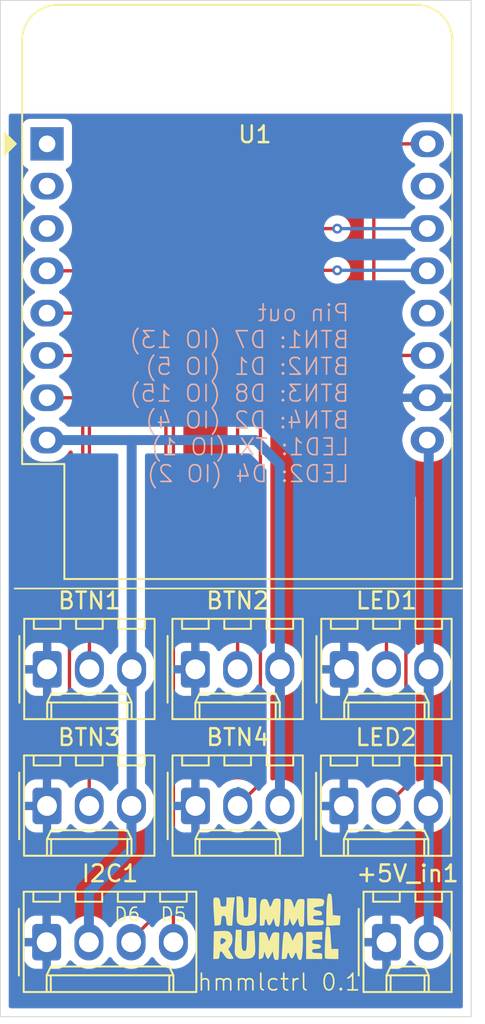
<source format=kicad_pcb>
(kicad_pcb
	(version 20240108)
	(generator "pcbnew")
	(generator_version "8.0")
	(general
		(thickness 1.6)
		(legacy_teardrops no)
	)
	(paper "A4")
	(layers
		(0 "F.Cu" signal)
		(31 "B.Cu" signal)
		(32 "B.Adhes" user "B.Adhesive")
		(33 "F.Adhes" user "F.Adhesive")
		(34 "B.Paste" user)
		(35 "F.Paste" user)
		(36 "B.SilkS" user "B.Silkscreen")
		(37 "F.SilkS" user "F.Silkscreen")
		(38 "B.Mask" user)
		(39 "F.Mask" user)
		(40 "Dwgs.User" user "User.Drawings")
		(41 "Cmts.User" user "User.Comments")
		(42 "Eco1.User" user "User.Eco1")
		(43 "Eco2.User" user "User.Eco2")
		(44 "Edge.Cuts" user)
		(45 "Margin" user)
		(46 "B.CrtYd" user "B.Courtyard")
		(47 "F.CrtYd" user "F.Courtyard")
		(48 "B.Fab" user)
		(49 "F.Fab" user)
		(50 "User.1" user)
		(51 "User.2" user)
		(52 "User.3" user)
		(53 "User.4" user)
		(54 "User.5" user)
		(55 "User.6" user)
		(56 "User.7" user)
		(57 "User.8" user)
		(58 "User.9" user)
	)
	(setup
		(pad_to_mask_clearance 0)
		(allow_soldermask_bridges_in_footprints no)
		(pcbplotparams
			(layerselection 0x00010fc_ffffffff)
			(plot_on_all_layers_selection 0x0000000_00000000)
			(disableapertmacros no)
			(usegerberextensions yes)
			(usegerberattributes no)
			(usegerberadvancedattributes no)
			(creategerberjobfile no)
			(dashed_line_dash_ratio 12.000000)
			(dashed_line_gap_ratio 3.000000)
			(svgprecision 4)
			(plotframeref no)
			(viasonmask yes)
			(mode 1)
			(useauxorigin no)
			(hpglpennumber 1)
			(hpglpenspeed 20)
			(hpglpendiameter 15.000000)
			(pdf_front_fp_property_popups yes)
			(pdf_back_fp_property_popups yes)
			(dxfpolygonmode yes)
			(dxfimperialunits yes)
			(dxfusepcbnewfont yes)
			(psnegative no)
			(psa4output no)
			(plotreference yes)
			(plotvalue no)
			(plotfptext yes)
			(plotinvisibletext no)
			(sketchpadsonfab no)
			(subtractmaskfromsilk yes)
			(outputformat 1)
			(mirror no)
			(drillshape 0)
			(scaleselection 1)
			(outputdirectory "gerber/")
		)
	)
	(net 0 "")
	(net 1 "GND")
	(net 2 "+5V")
	(net 3 "Net-(BTN1-Pin_2)")
	(net 4 "+3.3V")
	(net 5 "Net-(BTN2-Pin_2)")
	(net 6 "Net-(BTN3-Pin_2)")
	(net 7 "Net-(BTN4-Pin_2)")
	(net 8 "Net-(I2C1-Pin_3)")
	(net 9 "Net-(I2C1-Pin_4)")
	(net 10 "Net-(LED1-Pin_2)")
	(net 11 "Net-(LED2-Pin_2)")
	(net 12 "unconnected-(U1-D3-Pad12)")
	(net 13 "unconnected-(U1-RX-Pad15)")
	(net 14 "unconnected-(U1-~{RST}-Pad1)")
	(net 15 "unconnected-(U1-D0-Pad3)")
	(net 16 "unconnected-(U1-A0-Pad2)")
	(footprint "Connector_Molex:Molex_KK-254_AE-6410-03A_1x03_P2.54mm_Vertical" (layer "F.Cu") (at 90.76 69.85))
	(footprint "LOGO" (layer "F.Cu") (at 104.45 85.3))
	(footprint "Connector_Molex:Molex_KK-254_AE-6410-03A_1x03_P2.54mm_Vertical" (layer "F.Cu") (at 99.675 78.05))
	(footprint "Connector_Molex:Molex_KK-254_AE-6410-03A_1x03_P2.54mm_Vertical" (layer "F.Cu") (at 90.75 78.05))
	(footprint "Connector_Molex:Molex_KK-254_AE-6410-04A_1x04_P2.54mm_Vertical" (layer "F.Cu") (at 90.73 86.23))
	(footprint "Connector_Molex:Molex_KK-254_AE-6410-03A_1x03_P2.54mm_Vertical" (layer "F.Cu") (at 108.62 69.85))
	(footprint "Connector_Molex:Molex_KK-254_AE-6410-03A_1x03_P2.54mm_Vertical" (layer "F.Cu") (at 99.67 69.85))
	(footprint "Connector_Molex:Molex_KK-254_AE-6410-02A_1x02_P2.54mm_Vertical" (layer "F.Cu") (at 111.16 86.23))
	(footprint "Connector_Molex:Molex_KK-254_AE-6410-03A_1x03_P2.54mm_Vertical" (layer "F.Cu") (at 108.6 78.055))
	(footprint "Module:WEMOS_D1_mini_light" (layer "F.Cu") (at 90.755 38.31))
	(gr_line
		(start 88.8 65)
		(end 115.7 65)
		(stroke
			(width 0.1)
			(type default)
		)
		(layer "F.SilkS")
		(uuid "5603c642-aef2-43d4-8782-1be22a89116a")
	)
	(gr_rect
		(start 87.95 29.7)
		(end 116.25 90.7)
		(stroke
			(width 0.05)
			(type default)
		)
		(fill none)
		(layer "Edge.Cuts")
		(uuid "0f72c277-9074-4a86-a9b0-f66fbb10befc")
	)
	(gr_text "Pin out\nBTN1: D7 (IO 13)\nBTN2: D1 (IO 5)\nBTN3: D8 (IO 15)\nBTN4: D2 (IO 4)\nLED1: TX (IO 1)\nLED2: D4 (IO 2)"
		(at 109 58.7 0)
		(layer "B.SilkS")
		(uuid "5358a4a2-453f-4ced-8d7e-017724408f84")
		(effects
			(font
				(size 1 1)
				(thickness 0.1)
			)
			(justify left bottom mirror)
		)
	)
	(gr_text "hmmlctrl 0.1"
		(at 99.73 89.22 0)
		(layer "F.SilkS")
		(uuid "3fae1804-ce05-4635-8e60-c6bad3086589")
		(effects
			(font
				(size 1 1)
				(thickness 0.1)
			)
			(justify left bottom)
		)
	)
	(segment
		(start 113.7 86.23)
		(end 113.7 56.175)
		(width 0.6)
		(layer "B.Cu")
		(net 2)
		(uuid "1c258d5a-d556-4f8b-a8f3-69c2ce9fa433")
	)
	(segment
		(start 113.7 56.175)
		(end 113.615 56.09)
		(width 0.2)
		(layer "B.Cu")
		(net 2)
		(uuid "9df8b863-7724-4ac3-ac43-1e94a8aae068")
	)
	(segment
		(start 92.4 51)
		(end 92.39 51.01)
		(width 0.2)
		(layer "F.Cu")
		(net 3)
		(uuid "17b85e18-611b-490e-a1b8-1aeab60ceebc")
	)
	(segment
		(start 92.39 51.01)
		(end 90.755 51.01)
		(width 0.2)
		(layer "F.Cu")
		(net 3)
		(uuid "20e8dead-9cd0-45e1-8d14-afe845db8999")
	)
	(segment
		(start 93.3 51.9)
		(end 92.4 51)
		(width 0.2)
		(layer "F.Cu")
		(net 3)
		(uuid "95b46bd6-e55d-487f-afb3-70cb2beffd2f")
	)
	(segment
		(start 93.3 69.85)
		(end 93.3 51.9)
		(width 0.2)
		(layer "F.Cu")
		(net 3)
		(uuid "97f6e6c1-7755-47d1-84a1-78e34aa47879")
	)
	(segment
		(start 95.84 69.85)
		(end 95.84 78.04)
		(width 0.6)
		(layer "B.Cu")
		(net 4)
		(uuid "20c4f753-2034-4859-9367-95fe1755585e")
	)
	(segment
		(start 95.9 56.09)
		(end 103.29 56.09)
		(width 0.6)
		(layer "B.Cu")
		(net 4)
		(uuid "45fffc95-a55a-4b73-ba37-997b6ecdfae5")
	)
	(segment
		(start 95.84 69.85)
		(end 95.84 56.15)
		(width 0.6)
		(layer "B.Cu")
		(net 4)
		(uuid "534f29fa-9ce7-4062-8f3b-953ab7a92d82")
	)
	(segment
		(start 104.75 57.55)
		(end 104.75 69.85)
		(width 0.6)
		(layer "B.Cu")
		(net 4)
		(uuid "5bda4e5d-f0d9-4240-a113-326c1014ac76")
	)
	(segment
		(start 95.84 56.15)
		(end 95.9 56.09)
		(width 0.6)
		(layer "B.Cu")
		(net 4)
		(uuid "5f989f51-631f-4f8d-b474-9b27731e189c")
	)
	(segment
		(start 103.29 56.09)
		(end 104.75 57.55)
		(width 0.6)
		(layer "B.Cu")
		(net 4)
		(uuid "60025335-17c1-44ac-b47c-5a39239dae86")
	)
	(segment
		(start 95.83 80.67)
		(end 93.27 83.23)
		(width 0.6)
		(layer "B.Cu")
		(net 4)
		(uuid "6a1d6d53-7d14-4693-a6a4-3372bff7c777")
	)
	(segment
		(start 104.75 69.95)
		(end 104.755 69.955)
		(width 0.6)
		(layer "B.Cu")
		(net 4)
		(uuid "842b4516-5f08-4345-aba1-6f4fe92af2b7")
	)
	(segment
		(start 95.84 78.04)
		(end 95.83 78.05)
		(width 0.6)
		(layer "B.Cu")
		(net 4)
		(uuid "8d88ade1-8f77-4fd5-b1df-0ac0f268bb67")
	)
	(segment
		(start 90.755 56.09)
		(end 95.9 56.09)
		(width 0.6)
		(layer "B.Cu")
		(net 4)
		(uuid "946d9686-f75a-486a-92da-003df2415dc2")
	)
	(segment
		(start 95.83 78.05)
		(end 95.83 80.67)
		(width 0.6)
		(layer "B.Cu")
		(net 4)
		(uuid "ad645a62-72c5-4783-9d27-cfec1d17cd45")
	)
	(segment
		(start 104.755 69.955)
		(end 104.755 78.05)
		(width 0.6)
		(layer "B.Cu")
		(net 4)
		(uuid "ba683670-48a6-4f08-8c99-51c61d2a61b7")
	)
	(segment
		(start 93.27 83.23)
		(end 93.27 86.23)
		(width 0.6)
		(layer "B.Cu")
		(net 4)
		(uuid "e4e55dd4-c887-41c7-a7bf-2d1420696381")
	)
	(segment
		(start 104.75 69.85)
		(end 104.75 69.95)
		(width 0.6)
		(layer "B.Cu")
		(net 4)
		(uuid "e5b26020-a01c-433d-ac8f-ea73f8c635ec")
	)
	(segment
		(start 102.21 69.85)
		(end 102.21 47.69)
		(width 0.2)
		(layer "F.Cu")
		(net 5)
		(uuid "cad88aa4-3ce3-43b4-9af4-9c53e52a4c7c")
	)
	(segment
		(start 106.5 43.4)
		(end 108.2 43.4)
		(width 0.2)
		(layer "F.Cu")
		(net 5)
		(uuid "ed1d9938-c709-4291-84ad-1936076e78cc")
	)
	(segment
		(start 102.21 47.69)
		(end 106.5 43.4)
		(width 0.2)
		(layer "F.Cu")
		(net 5)
		(uuid "fd0972ab-eaf6-48f9-adf2-951e138ed79e")
	)
	(via
		(at 108.2 43.4)
		(size 0.6)
		(drill 0.3)
		(layers "F.Cu" "B.Cu")
		(net 5)
		(uuid "6b593136-042a-4c5d-9534-8e961c9f7867")
	)
	(segment
		(start 113.605 43.4)
		(end 113.615 43.39)
		(width 0.2)
		(layer "B.Cu")
		(net 5)
		(uuid "6080e137-c0f3-471c-8bdc-251e03159199")
	)
	(segment
		(start 108.2 43.4)
		(end 113.605 43.4)
		(width 0.2)
		(layer "B.Cu")
		(net 5)
		(uuid "e44f32eb-203b-4e9e-9a46-9ef6d4b7690a")
	)
	(segment
		(start 93.29 75.99)
		(end 93.29 78.05)
		(width 0.2)
		(layer "F.Cu")
		(net 6)
		(uuid "41ba0e0d-1f17-4cf9-9e19-217aec70ea3f")
	)
	(segment
		(start 92.9 67.7)
		(end 92.1 68.5)
		(width 0.2)
		(layer "F.Cu")
		(net 6)
		(uuid "5a422aa0-66cd-4381-a9af-2f19451eb395")
	)
	(segment
		(start 92.9 54.1)
		(end 92.9 67.7)
		(width 0.2)
		(layer "F.Cu")
		(net 6)
		(uuid "6bc11b99-9843-46a2-b2db-bf56029b1683")
	)
	(segment
		(start 90.755 53.55)
		(end 92.35 53.55)
		(width 0.2)
		(layer "F.Cu")
		(net 6)
		(uuid "a44b91c4-d3f3-4f87-aad4-4b520ce7e98a")
	)
	(segment
		(start 92.35 53.55)
		(end 92.9 54.1)
		(width 0.2)
		(layer "F.Cu")
		(net 6)
		(uuid "b7d631e0-b521-46dc-9937-3248cd432d9a")
	)
	(segment
		(start 92.1 74.8)
		(end 93.29 75.99)
		(width 0.2)
		(layer "F.Cu")
		(net 6)
		(uuid "d4c02925-912d-49f0-be8b-319debcfb17b")
	)
	(segment
		(start 92.1 68.5)
		(end 92.1 74.8)
		(width 0.2)
		(layer "F.Cu")
		(net 6)
		(uuid "f6d90b8f-1c4d-45fe-ada7-fdcb6c41145f")
	)
	(segment
		(start 103.58 47.92)
		(end 105.6 45.9)
		(width 0.2)
		(layer "F.Cu")
		(net 7)
		(uuid "00d79247-6d1b-48eb-924d-c0a3406f077b")
	)
	(segment
		(start 105.6 45.9)
		(end 108.2 45.9)
		(width 0.2)
		(layer "F.Cu")
		(net 7)
		(uuid "193a7d6b-c2f6-4cd2-906c-fed0fffad377")
	)
	(segment
		(start 102.215 78.05)
		(end 103.58 76.685)
		(width 0.2)
		(layer "F.Cu")
		(net 7)
		(uuid "2c9a8a0d-7346-44fa-8130-57260ce99893")
	)
	(segment
		(start 103.58 76.685)
		(end 103.58 47.92)
		(width 0.2)
		(layer "F.Cu")
		(net 7)
		(uuid "fa1df2af-3a71-41f9-8160-f328a8e00b0e")
	)
	(via
		(at 108.2 45.9)
		(size 0.6)
		(drill 0.3)
		(layers "F.Cu" "B.Cu")
		(net 7)
		(uuid "6f098d98-17ca-4de7-98b8-244ac0d5ea17")
	)
	(segment
		(start 113.585 45.9)
		(end 113.615 45.93)
		(width 0.2)
		(layer "B.Cu")
		(net 7)
		(uuid "13ba583e-9f6b-47f0-bd08-df667f7353a0")
	)
	(segment
		(start 102.36 77.7)
		(end 102.36 77.11)
		(width 0.2)
		(layer "B.Cu")
		(net 7)
		(uuid "3d1e63a0-4afc-4f4f-a1ab-15f504995702")
	)
	(segment
		(start 108.2 45.9)
		(end 113.585 45.9)
		(width 0.2)
		(layer "B.Cu")
		(net 7)
		(uuid "9f86c691-b6d5-43b0-b526-8e1dad037e0f")
	)
	(segment
		(start 102.36 77.11)
		(end 102.25 77)
		(width 0.2)
		(layer "B.Cu")
		(net 7)
		(uuid "f91b5b2b-9478-4e6b-910d-ef7507cecb43")
	)
	(segment
		(start 97.9 50.1)
		(end 96.27 48.47)
		(width 0.2)
		(layer "F.Cu")
		(net 8)
		(uuid "0c7f8add-3eaa-4fb0-ac2f-94d9dc3d8103")
	)
	(segment
		(start 96.27 48.47)
		(end 90.755 48.47)
		(width 0.2)
		(layer "F.Cu")
		(net 8)
		(uuid "26989978-0422-45bd-b343-257f32458abb")
	)
	(segment
		(start 97.9 84)
		(end 97.9 50.1)
		(width 0.2)
		(layer "F.Cu")
		(net 8)
		(uuid "2d80b3e6-b320-49a1-b330-66fd6e126d3c")
	)
	(segment
		(start 95.81 86.09)
		(end 97.9 84)
		(width 0.2)
		(layer "F.Cu")
		(net 8)
		(uuid "70e6bf09-d429-47c1-92ed-c022ab69d5e4")
	)
	(segment
		(start 95.81 86.23)
		(end 95.81 86.09)
		(width 0.2)
		(layer "F.Cu")
		(net 8)
		(uuid "97e8a3df-ee6e-45a8-b650-081910d2f97f")
	)
	(segment
		(start 98.35 47.35)
		(end 98.35 86.23)
		(width 0.2)
		(layer "F.Cu")
		(net 9)
		(uuid "7a901054-b0ec-43b4-97f8-df26747fddf6")
	)
	(segment
		(start 96.93 45.93)
		(end 98.35 47.35)
		(width 0.2)
		(layer "F.Cu")
		(net 9)
		(uuid "d46f4c4b-90d5-4702-8aa5-36358ed836f3")
	)
	(segment
		(start 90.755 45.93)
		(end 96.93 45.93)
		(width 0.2)
		(layer "F.Cu")
		(net 9)
		(uuid "f4e74129-1e62-411c-b3f8-98453850f733")
	)
	(segment
		(start 111.19 38.31)
		(end 113.615 38.31)
		(width 0.2)
		(layer "F.Cu")
		(net 10)
		(uuid "6859f440-dcf6-4a18-9f5d-cfe12c4baaf7")
	)
	(segment
		(start 110.4 58.5)
		(end 110.4 39.1)
		(width 0.2)
		(layer "F.Cu")
		(net 10)
		(uuid "6ff169fb-d4e8-4645-8889-81e91893e256")
	)
	(segment
		(start 111.16 69.85)
		(end 111.16 59.26)
		(width 0.2)
		(layer "F.Cu")
		(net 10)
		(uuid "ee55394d-7de3-4f24-9273-e2645cf27367")
	)
	(segment
		(start 111.16 59.26)
		(end 110.4 58.5)
		(width 0.2)
		(layer "F.Cu")
		(net 10)
		(uuid "f0cb4da3-8b4b-40ab-8463-13ce331c3a5d")
	)
	(segment
		(start 110.4 39.1)
		(end 111.19 38.31)
		(width 0.2)
		(layer "F.Cu")
		(net 10)
		(uuid "f6d62cd1-d269-414d-98ca-d818740fe356")
	)
	(segment
		(start 112.33 76.865)
		(end 112.33 59.63)
		(width 0.2)
		(layer "F.Cu")
		(net 11)
		(uuid "09ea171c-730c-4373-a449-dfb1dc5e05ef")
	)
	(segment
		(start 111.99 51.01)
		(end 113.615 51.01)
		(width 0.2)
		(layer "F.Cu")
		(net 11)
		(uuid "0f2a5229-f69c-4d4b-b969-99711ba8f693")
	)
	(segment
		(start 112.33 59.63)
		(end 110.9 58.2)
		(width 0.2)
		(layer "F.Cu")
		(net 11)
		(uuid "588cefa7-d1b9-480c-98ff-8755c2141980")
	)
	(segment
		(start 111.14 78.055)
		(end 112.33 76.865)
		(width 0.2)
		(layer "F.Cu")
		(net 11)
		(uuid "673ac5d2-72a7-45e5-b87d-162ff47ed777")
	)
	(segment
		(start 110.9 58.2)
		(end 110.9 52.1)
		(width 0.2)
		(layer "F.Cu")
		(net 11)
		(uuid "82eb5306-f0bd-4821-9c3d-1b34682767e8")
	)
	(segment
		(start 110.9 52.1)
		(end 111.99 51.01)
		(width 0.2)
		(layer "F.Cu")
		(net 11)
		(uuid "cf27f99d-2a42-4f29-9469-5594a045f468")
	)
	(zone
		(net 1)
		(net_name "GND")
		(layer "F.Cu")
		(uuid "cd9f60fc-6d54-4108-b40b-464cff04dc67")
		(hatch edge 0.5)
		(priority 1)
		(connect_pads
			(clearance 0.5)
		)
		(min_thickness 0.25)
		(filled_areas_thickness no)
		(fill yes
			(thermal_gap 0.5)
			(thermal_bridge_width 0.5)
		)
		(polygon
			(pts
				(xy 87.95 36.5) (xy 116.25 36.5) (xy 116.25 90.7) (xy 87.95 90.8)
			)
		)
		(filled_polygon
			(layer "F.Cu")
			(pts
				(xy 99.92 71.444999) (xy 100.339972 71.444999) (xy 100.339986 71.444998) (xy 100.442697 71.434505)
				(xy 100.609119 71.379358) (xy 100.609124 71.379356) (xy 100.758345 71.287315) (xy 100.882315 71.163345)
				(xy 100.974354 71.014127) (xy 100.974745 71.013289) (xy 100.975167 71.012809) (xy 100.978149 71.007975)
				(xy 100.978974 71.008484) (xy 101.02091 70.960843) (xy 101.0881 70.941681) (xy 101.154984 70.961887)
				(xy 101.174816 70.977996) (xy 101.317179 71.120359) (xy 101.491701 71.247157) (xy 101.683911 71.345092)
				(xy 101.889074 71.411754) (xy 101.962718 71.423418) (xy 102.102134 71.4455) (xy 102.102139 71.4455)
				(xy 102.317866 71.4455) (xy 102.448108 71.424871) (xy 102.530926 71.411754) (xy 102.736089 71.345092)
				(xy 102.799205 71.312932) (xy 102.867874 71.300037) (xy 102.932615 71.326313) (xy 102.972872 71.38342)
				(xy 102.9795 71.423418) (xy 102.9795 76.384902) (xy 102.959815 76.451941) (xy 102.94318 76.472584)
				(xy 102.884133 76.53163) (xy 102.82281 76.565114) (xy 102.753118 76.560129) (xy 102.743662 76.555973)
				(xy 102.741096 76.55491) (xy 102.635627 76.520641) (xy 102.535926 76.488246) (xy 102.535924 76.488245)
				(xy 102.535922 76.488245) (xy 102.322866 76.4545) (xy 102.322861 76.4545) (xy 102.107139 76.4545)
				(xy 102.107134 76.4545) (xy 101.894077 76.488245) (xy 101.688908 76.554909) (xy 101.4967 76.652843)
				(xy 101.32218 76.77964) (xy 101.179816 76.922004) (xy 101.118493 76.955488) (xy 101.048801 76.950504)
				(xy 100.992868 76.908632) (xy 100.979748 76.886716) (xy 100.979356 76.885876) (xy 100.887315 76.736654)
				(xy 100.763345 76.612684) (xy 100.614124 76.520643) (xy 100.614119 76.520641) (xy 100.447697 76.465494)
				(xy 100.44769 76.465493) (xy 100.344986 76.455) (xy 99.925 76.455) (xy 99.925 77.50729) (xy 99.904661 77.495548)
				(xy 99.753333 77.455) (xy 99.596667 77.455) (xy 99.445339 77.495548) (xy 99.425 77.50729) (xy 99.425 76.455)
				(xy 99.0745 76.455) (xy 99.007461 76.435315) (xy 98.961706 76.382511) (xy 98.9505 76.331) (xy 98.9505 71.568999)
				(xy 98.970185 71.50196) (xy 99.022989 71.456205) (xy 99.0745 71.444999) (xy 99.419999 71.444999)
				(xy 99.42 71.444998) (xy 99.42 70.392709) (xy 99.440339 70.404452) (xy 99.591667 70.445) (xy 99.748333 70.445)
				(xy 99.899661 70.404452) (xy 99.92 70.392709)
			)
		)
		(filled_polygon
			(layer "F.Cu")
			(pts
				(xy 115.692539 36.519685) (xy 115.738294 36.572489) (xy 115.7495 36.624) (xy 115.7495 90.0755) (xy 115.729815 90.142539)
				(xy 115.677011 90.188294) (xy 115.6255 90.1995) (xy 88.5745 90.1995) (xy 88.507461 90.179815) (xy 88.461706 90.127011)
				(xy 88.4505 90.0755) (xy 88.4505 37.262135) (xy 89.2545 37.262135) (xy 89.2545 39.35787) (xy 89.254501 39.357876)
				(xy 89.260908 39.417483) (xy 89.311202 39.552328) (xy 89.311206 39.552335) (xy 89.397452 39.667544)
				(xy 89.397455 39.667547) (xy 89.512664 39.753793) (xy 89.512673 39.753798) (xy 89.549914 39.767688)
				(xy 89.605848 39.809559) (xy 89.630266 39.875023) (xy 89.615415 39.943296) (xy 89.594265 39.97155)
				(xy 89.563027 40.002787) (xy 89.442715 40.168386) (xy 89.349781 40.350776) (xy 89.286522 40.545465)
				(xy 89.2545 40.747648) (xy 89.2545 40.952351) (xy 89.286522 41.154534) (xy 89.349781 41.349223)
				(xy 89.442715 41.531613) (xy 89.563028 41.697213) (xy 89.707786 41.841971) (xy 89.862749 41.954556)
				(xy 89.87339 41.962287) (xy 89.96484 42.008883) (xy 89.96608 42.009515) (xy 90.016876 42.05749)
				(xy 90.033671 42.125311) (xy 90.011134 42.191446) (xy 89.96608 42.230485) (xy 89.873386 42.277715)
				(xy 89.707786 42.398028) (xy 89.563028 42.542786) (xy 89.442715 42.708386) (xy 89.349781 42.890776)
				(xy 89.286522 43.085465) (xy 89.2545 43.287648) (xy 89.2545 43.492351) (xy 89.286522 43.694534)
				(xy 89.349781 43.889223) (xy 89.442715 44.071613) (xy 89.563028 44.237213) (xy 89.707786 44.381971)
				(xy 89.862749 44.494556) (xy 89.87339 44.502287) (xy 89.96484 44.548883) (xy 89.96608 44.549515)
				(xy 90.016876 44.59749) (xy 90.033671 44.665311) (xy 90.011134 44.731446) (xy 89.96608 44.770485)
				(xy 89.873386 44.817715) (xy 89.707786 44.938028) (xy 89.563028 45.082786) (xy 89.442715 45.248386)
				(xy 89.349781 45.430776) (xy 89.286522 45.625465) (xy 89.2545 45.827648) (xy 89.2545 46.032351)
				(xy 89.286522 46.234534) (xy 89.349781 46.429223) (xy 89.442715 46.611613) (xy 89.563028 46.777213)
				(xy 89.707786 46.921971) (xy 89.862749 47.034556) (xy 89.87339 47.042287) (xy 89.96484 47.088883)
				(xy 89.96608 47.089515) (xy 90.016876 47.13749) (xy 90.033671 47.205311) (xy 90.011134 47.271446)
				(xy 89.96608 47.310485) (xy 89.873386 47.357715) (xy 89.707786 47.478028) (xy 89.563028 47.622786)
				(xy 89.442715 47.788386) (xy 89.349781 47.970776) (xy 89.286522 48.165465) (xy 89.2545 48.367648)
				(xy 89.2545 48.572351) (xy 89.286522 48.774534) (xy 89.349781 48.969223) (xy 89.442715 49.151613)
				(xy 89.563028 49.317213) (xy 89.707786 49.461971) (xy 89.862749 49.574556) (xy 89.87339 49.582287)
				(xy 89.96484 49.628883) (xy 89.96608 49.629515) (xy 90.016876 49.67749) (xy 90.033671 49.745311)
				(xy 90.011134 49.811446) (xy 89.96608 49.850485) (xy 89.873386 49.897715) (xy 89.707786 50.018028)
				(xy 89.563028 50.162786) (xy 89.442715 50.328386) (xy 89.349781 50.510776) (xy 89.286522 50.705465)
				(xy 89.2545 50.907648) (xy 89.2545 51.112351) (xy 89.286522 51.314534) (xy 89.349781 51.509223)
				(xy 89.401385 51.6105) (xy 89.437682 51.681737) (xy 89.442715 51.691613) (xy 89.563028 51.857213)
				(xy 89.707786 52.001971) (xy 89.859804 52.112416) (xy 89.87339 52.122287) (xy 89.96484 52.168883)
				(xy 89.96608 52.169515) (xy 90.016876 52.21749) (xy 90.033671 52.285311) (xy 90.011134 52.351446)
				(xy 89.96608 52.390485) (xy 89.873386 52.437715) (xy 89.707786 52.558028) (xy 89.563028 52.702786)
				(xy 89.442715 52.868386) (xy 89.349781 53.050776) (xy 89.286522 53.245465) (xy 89.2545 53.447648)
				(xy 89.2545 53.652351) (xy 89.286522 53.854534) (xy 89.349781 54.049223) (xy 89.442715 54.231613)
				(xy 89.563028 54.397213) (xy 89.707786 54.541971) (xy 89.862749 54.654556) (xy 89.87339 54.662287)
				(xy 89.96484 54.708883) (xy 89.96608 54.709515) (xy 90.016876 54.75749) (xy 90.033671 54.825311)
				(xy 90.011134 54.891446) (xy 89.96608 54.930485) (xy 89.873386 54.977715) (xy 89.707786 55.098028)
				(xy 89.563028 55.242786) (xy 89.442715 55.408386) (xy 89.349781 55.590776) (xy 89.286522 55.785465)
				(xy 89.2545 55.987648) (xy 89.2545 56.192351) (xy 89.286522 56.394534) (xy 89.349781 56.589223)
				(xy 89.410941 56.709254) (xy 89.440649 56.76756) (xy 89.442715 56.771613) (xy 89.563028 56.937213)
				(xy 89.707786 57.081971) (xy 89.862749 57.194556) (xy 89.87339 57.202287) (xy 89.989607 57.261503)
				(xy 90.055776 57.295218) (xy 90.055778 57.295218) (xy 90.055781 57.29522) (xy 90.160137 57.329127)
				(xy 90.250465 57.358477) (xy 90.351557 57.374488) (xy 90.452648 57.3905) (xy 90.452649 57.3905)
				(xy 91.057351 57.3905) (xy 91.057352 57.3905) (xy 91.259534 57.358477) (xy 91.454219 57.29522) (xy 91.63661 57.202287)
				(xy 91.72959 57.134732) (xy 91.802213 57.081971) (xy 91.802215 57.081968) (xy 91.802219 57.081966)
				(xy 91.946966 56.937219) (xy 91.946968 56.937215) (xy 91.946971 56.937213) (xy 92.067286 56.771611)
				(xy 92.069769 56.76756) (xy 92.121577 56.720681) (xy 92.190506 56.709254) (xy 92.254671 56.736907)
				(xy 92.293699 56.79486) (xy 92.2995 56.832343) (xy 92.2995 67.399902) (xy 92.279815 67.466941) (xy 92.263181 67.487583)
				(xy 91.619481 68.131282) (xy 91.619477 68.131287) (xy 91.591054 68.180519) (xy 91.59105 68.180526)
				(xy 91.581606 68.196881) (xy 91.531036 68.245093) (xy 91.462428 68.258312) (xy 91.461622 68.258232)
				(xy 91.429991 68.255) (xy 91.01 68.255) (xy 91.01 69.30729) (xy 90.989661 69.295548) (xy 90.838333 69.255)
				(xy 90.681667 69.255) (xy 90.530339 69.295548) (xy 90.51 69.30729) (xy 90.51 68.255) (xy 90.090028 68.255)
				(xy 90.090012 68.255001) (xy 89.987302 68.265494) (xy 89.82088 68.320641) (xy 89.820875 68.320643)
				(xy 89.671654 68.412684) (xy 89.547684 68.536654) (xy 89.455643 68.685875) (xy 89.455641 68.68588)
				(xy 89.400494 68.852302) (xy 89.400493 68.852309) (xy 89.39 68.955013) (xy 89.39 69.6) (xy 90.217291 69.6)
				(xy 90.205548 69.620339) (xy 90.165 69.771667) (xy 90.165 69.928333) (xy 90.205548 70.079661) (xy 90.217291 70.1)
				(xy 89.390001 70.1) (xy 89.390001 70.744986) (xy 89.400494 70.847697) (xy 89.455641 71.014119) (xy 89.455643 71.014124)
				(xy 89.547684 71.163345) (xy 89.671654 71.287315) (xy 89.820875 71.379356) (xy 89.82088 71.379358)
				(xy 89.987302 71.434505) (xy 89.987309 71.434506) (xy 90.090019 71.444999) (xy 90.509999 71.444999)
				(xy 90.51 71.444998) (xy 90.51 70.392709) (xy 90.530339 70.404452) (xy 90.681667 70.445) (xy 90.838333 70.445)
				(xy 90.989661 70.404452) (xy 91.01 70.392709) (xy 91.01 71.444999) (xy 91.3755 71.444999) (xy 91.442539 71.464684)
				(xy 91.488294 71.517488) (xy 91.4995 71.568999) (xy 91.4995 74.71333) (xy 91.499499 74.713348) (xy 91.499499 74.879054)
				(xy 91.499498 74.879054) (xy 91.540423 75.031785) (xy 91.569358 75.0819) (xy 91.569359 75.081904)
				(xy 91.56936 75.081904) (xy 91.619479 75.168714) (xy 91.619481 75.168717) (xy 91.738349 75.287585)
				(xy 91.738355 75.28759) (xy 92.653181 76.202416) (xy 92.686666 76.263739) (xy 92.6895 76.290097)
				(xy 92.6895 76.516833) (xy 92.669815 76.583872) (xy 92.621796 76.627317) (xy 92.571703 76.652841)
				(xy 92.39718 76.77964) (xy 92.254816 76.922004) (xy 92.193493 76.955488) (xy 92.123801 76.950504)
				(xy 92.067868 76.908632) (xy 92.054748 76.886716) (xy 92.054356 76.885876) (xy 91.962315 76.736654)
				(xy 91.838345 76.612684) (xy 91.689124 76.520643) (xy 91.689119 76.520641) (xy 91.522697 76.465494)
				(xy 91.52269 76.465493) (xy 91.419986 76.455) (xy 91 76.455) (xy 91 77.50729) (xy 90.979661 77.495548)
				(xy 90.828333 77.455) (xy 90.671667 77.455) (xy 90.520339 77.495548) (xy 90.5 77.50729) (xy 90.5 76.455)
				(xy 90.080028 76.455) (xy 90.080012 76.455001) (xy 89.977302 76.465494) (xy 89.81088 76.520641)
				(xy 89.810875 76.520643) (xy 89.661654 76.612684) (xy 89.537684 76.736654) (xy 89.445643 76.885875)
				(xy 89.445641 76.88588) (xy 89.390494 77.052302) (xy 89.390493 77.052309) (xy 89.38 77.155013) (xy 89.38 77.8)
				(xy 90.207291 77.8) (xy 90.195548 77.820339) (xy 90.155 77.971667) (xy 90.155 78.128333) (xy 90.195548 78.279661)
				(xy 90.207291 78.3) (xy 89.380001 78.3) (xy 89.380001 78.944986) (xy 89.390494 79.047697) (xy 89.445641 79.214119)
				(xy 89.445643 79.214124) (xy 89.537684 79.363345) (xy 89.661654 79.487315) (xy 89.810875 79.579356)
				(xy 89.81088 79.579358) (xy 89.977302 79.634505) (xy 89.977309 79.634506) (xy 90.080019 79.644999)
				(xy 90.499999 79.644999) (xy 90.5 79.644998) (xy 90.5 78.592709) (xy 90.520339 78.604452) (xy 90.671667 78.645)
				(xy 90.828333 78.645) (xy 90.979661 78.604452) (xy 91 78.592709) (xy 91 79.644999) (xy 91.419972 79.644999)
				(xy 91.419986 79.644998) (xy 91.522697 79.634505) (xy 91.689119 79.579358) (xy 91.689124 79.579356)
				(xy 91.838345 79.487315) (xy 91.962315 79.363345) (xy 92.054354 79.214127) (xy 92.054745 79.213289)
				(xy 92.055167 79.212809) (xy 92.058149 79.207975) (xy 92.058974 79.208484) (xy 92.10091 79.160843)
				(xy 92.1681 79.141681) (xy 92.234984 79.161887) (xy 92.254816 79.177996) (xy 92.397179 79.320359)
				(xy 92.571701 79.447157) (xy 92.763911 79.545092) (xy 92.969074 79.611754) (xy 93.048973 79.624408)
				(xy 93.182134 79.6455) (xy 93.182139 79.6455) (xy 93.397866 79.6455) (xy 93.51623 79.626752) (xy 93.610926 79.611754)
				(xy 93.816089 79.545092) (xy 94.008299 79.447157) (xy 94.182821 79.320359) (xy 94.335359 79.167821)
				(xy 94.459682 78.996704) (xy 94.515012 78.95404) (xy 94.584626 78.948061) (xy 94.64642 78.980667)
				(xy 94.660315 78.996702) (xy 94.784641 79.167821) (xy 94.937179 79.320359) (xy 95.111701 79.447157)
				(xy 95.303911 79.545092) (xy 95.509074 79.611754) (xy 95.588973 79.624408) (xy 95.722134 79.6455)
				(xy 95.722139 79.6455) (xy 95.937866 79.6455) (xy 96.05623 79.626752) (xy 96.150926 79.611754) (xy 96.356089 79.545092)
				(xy 96.548299 79.447157) (xy 96.722821 79.320359) (xy 96.875359 79.167821) (xy 97.002157 78.993299)
				(xy 97.025207 78.948061) (xy 97.065015 78.869933) (xy 97.112989 78.819136) (xy 97.18081 78.802341)
				(xy 97.246945 78.824878) (xy 97.290397 78.879593) (xy 97.2995 78.926227) (xy 97.2995 83.699902)
				(xy 97.279815 83.766941) (xy 97.263181 83.787583) (xy 96.374549 84.676214) (xy 96.313226 84.709699)
				(xy 96.248551 84.706464) (xy 96.130927 84.668246) (xy 96.130922 84.668245) (xy 95.917866 84.6345)
				(xy 95.917861 84.6345) (xy 95.702139 84.6345) (xy 95.702134 84.6345) (xy 95.489077 84.668245) (xy 95.283908 84.734909)
				(xy 95.0917 84.832843) (xy 94.992129 84.905186) (xy 94.917179 84.959641) (xy 94.917177 84.959643)
				(xy 94.917176 84.959643) (xy 94.764643 85.112176) (xy 94.764643 85.112177) (xy 94.764641 85.112179)
				(xy 94.747706 85.135488) (xy 94.640318 85.283294) (xy 94.584988 85.325959) (xy 94.515374 85.331938)
				(xy 94.453579 85.299332) (xy 94.439682 85.283294) (xy 94.402639 85.232309) (xy 94.315359 85.112179)
				(xy 94.162821 84.959641) (xy 93.988299 84.832843) (xy 93.796089 84.734908) (xy 93.590926 84.668246)
				(xy 93.590924 84.668245) (xy 93.590922 84.668245) (xy 93.377866 84.6345) (xy 93.377861 84.6345)
				(xy 93.162139 84.6345) (xy 93.162134 84.6345) (xy 92.949077 84.668245) (xy 92.743908 84.734909)
				(xy 92.5517 84.832843) (xy 92.37718 84.95964) (xy 92.234816 85.102004) (xy 92.173493 85.135488)
				(xy 92.103801 85.130504) (xy 92.047868 85.088632) (xy 92.034748 85.066716) (xy 92.034356 85.065876)
				(xy 91.942315 84.916654) (xy 91.818345 84.792684) (xy 91.669124 84.700643) (xy 91.669119 84.700641)
				(xy 91.502697 84.645494) (xy 91.50269 84.645493) (xy 91.399986 84.635) (xy 90.98 84.635) (xy 90.98 85.68729)
				(xy 90.959661 85.675548) (xy 90.808333 85.635) (xy 90.651667 85.635) (xy 90.500339 85.675548) (xy 90.48 85.68729)
				(xy 90.48 84.635) (xy 90.060028 84.635) (xy 90.060012 84.635001) (xy 89.957302 84.645494) (xy 89.79088 84.700641)
				(xy 89.790875 84.700643) (xy 89.641654 84.792684) (xy 89.517684 84.916654) (xy 89.425643 85.065875)
				(xy 89.425641 85.06588) (xy 89.370494 85.232302) (xy 89.370493 85.232309) (xy 89.36 85.335013) (xy 89.36 85.98)
				(xy 90.187291 85.98) (xy 90.175548 86.000339) (xy 90.135 86.151667) (xy 90.135 86.308333) (xy 90.175548 86.459661)
				(xy 90.187291 86.48) (xy 89.360001 86.48) (xy 89.360001 87.124986) (xy 89.370494 87.227697) (xy 89.425641 87.394119)
				(xy 89.425643 87.394124) (xy 89.517684 87.543345) (xy 89.641654 87.667315) (xy 89.790875 87.759356)
				(xy 89.79088 87.759358) (xy 89.957302 87.814505) (xy 89.957309 87.814506) (xy 90.060019 87.824999)
				(xy 90.479999 87.824999) (xy 90.48 87.824998) (xy 90.48 86.772709) (xy 90.500339 86.784452) (xy 90.651667 86.825)
				(xy 90.808333 86.825) (xy 90.959661 86.784452) (xy 90.98 86.772709) (xy 90.98 87.824999) (xy 91.399972 87.824999)
				(xy 91.399986 87.824998) (xy 91.502697 87.814505) (xy 91.669119 87.759358) (xy 91.669124 87.759356)
				(xy 91.818345 87.667315) (xy 91.942315 87.543345) (xy 92.034354 87.394127) (xy 92.034745 87.393289)
				(xy 92.035167 87.392809) (xy 92.038149 87.387975) (xy 92.038974 87.388484) (xy 92.08091 87.340843)
				(xy 92.1481 87.321681) (xy 92.214984 87.341887) (xy 92.234816 87.357996) (xy 92.377179 87.500359)
				(xy 92.551701 87.627157) (xy 92.743911 87.725092) (xy 92.949074 87.791754) (xy 93.028973 87.804408)
				(xy 93.162134 87.8255) (xy 93.162139 87.8255) (xy 93.377866 87.8255) (xy 93.49623 87.806752) (xy 93.590926 87.791754)
				(xy 93.796089 87.725092) (xy 93.988299 87.627157) (xy 94.162821 87.500359) (xy 94.315359 87.347821)
				(xy 94.439682 87.176704) (xy 94.495012 87.13404) (xy 94.564626 87.128061) (xy 94.62642 87.160667)
				(xy 94.640315 87.176702) (xy 94.764641 87.347821) (xy 94.917179 87.500359) (xy 95.091701 87.627157)
				(xy 95.283911 87.725092) (xy 95.489074 87.791754) (xy 95.568973 87.804408) (xy 95.702134 87.8255)
				(xy 95.702139 87.8255) (xy 95.917866 87.8255) (xy 96.03623 87.806752) (xy 96.130926 87.791754) (xy 96.336089 87.725092)
				(xy 96.528299 87.627157) (xy 96.702821 87.500359) (xy 96.855359 87.347821) (xy 96.979682 87.176704)
				(xy 97.035012 87.13404) (xy 97.104626 87.128061) (xy 97.16642 87.160667) (xy 97.180315 87.176702)
				(xy 97.304641 87.347821) (xy 97.457179 87.500359) (xy 97.631701 87.627157) (xy 97.823911 87.725092)
				(xy 98.029074 87.791754) (xy 98.108973 87.804408) (xy 98.242134 87.8255) (xy 98.242139 87.8255)
				(xy 98.457866 87.8255) (xy 98.57623 87.806752) (xy 98.670926 87.791754) (xy 98.876089 87.725092)
				(xy 99.068299 87.627157) (xy 99.242821 87.500359) (xy 99.395359 87.347821) (xy 99.522157 87.173299)
				(xy 99.620092 86.981089) (xy 99.686754 86.775926) (xy 99.701752 86.68123) (xy 99.7205 86.562866)
				(xy 99.7205 85.897133) (xy 99.686754 85.684077) (xy 99.686754 85.684074) (xy 99.620092 85.478911)
				(xy 99.546773 85.335013) (xy 109.79 85.335013) (xy 109.79 85.98) (xy 110.617291 85.98) (xy 110.605548 86.000339)
				(xy 110.565 86.151667) (xy 110.565 86.308333) (xy 110.605548 86.459661) (xy 110.617291 86.48) (xy 109.790001 86.48)
				(xy 109.790001 87.124986) (xy 109.800494 87.227697) (xy 109.855641 87.394119) (xy 109.855643 87.394124)
				(xy 109.947684 87.543345) (xy 110.071654 87.667315) (xy 110.220875 87.759356) (xy 110.22088 87.759358)
				(xy 110.387302 87.814505) (xy 110.387309 87.814506) (xy 110.490019 87.824999) (xy 110.909999 87.824999)
				(xy 110.91 87.824998) (xy 110.91 86.772709) (xy 110.930339 86.784452) (xy 111.081667 86.825) (xy 111.238333 86.825)
				(xy 111.389661 86.784452) (xy 111.41 86.772709) (xy 111.41 87.824999) (xy 111.829972 87.824999)
				(xy 111.829986 87.824998) (xy 111.932697 87.814505) (xy 112.099119 87.759358) (xy 112.099124 87.759356)
				(xy 112.248345 87.667315) (xy 112.372315 87.543345) (xy 112.464354 87.394127) (xy 112.464745 87.393289)
				(xy 112.465167 87.392809) (xy 112.468149 87.387975) (xy 112.468974 87.388484) (xy 112.51091 87.340843)
				(xy 112.5781 87.321681) (xy 112.644984 87.341887) (xy 112.664816 87.357996) (xy 112.807179 87.500359)
				(xy 112.981701 87.627157) (xy 113.173911 87.725092) (xy 113.379074 87.791754) (xy 113.458973 87.804408)
				(xy 113.592134 87.8255) (xy 113.592139 87.8255) (xy 113.807866 87.8255) (xy 113.92623 87.806752)
				(xy 114.020926 87.791754) (xy 114.226089 87.725092) (xy 114.418299 87.627157) (xy 114.592821 87.500359)
				(xy 114.745359 87.347821) (xy 114.872157 87.173299) (xy 114.970092 86.981089) (xy 115.036754 86.775926)
				(xy 115.051752 86.68123) (xy 115.0705 86.562866) (xy 115.0705 85.897133) (xy 115.036754 85.684077)
				(xy 115.036754 85.684074) (xy 114.970092 85.478911) (xy 114.872157 85.286701) (xy 114.745359 85.112179)
				(xy 114.592821 84.959641) (xy 114.418299 84.832843) (xy 114.226089 84.734908) (xy 114.020926 84.668246)
				(xy 114.020924 84.668245) (xy 114.020922 84.668245) (xy 113.807866 84.6345) (xy 113.807861 84.6345)
				(xy 113.592139 84.6345) (xy 113.592134 84.6345) (xy 113.379077 84.668245) (xy 113.173908 84.734909)
				(xy 112.9817 84.832843) (xy 112.80718 84.95964) (xy 112.664816 85.102004) (xy 112.603493 85.135488)
				(xy 112.533801 85.130504) (xy 112.477868 85.088632) (xy 112.464748 85.066716) (xy 112.464356 85.065876)
				(xy 112.372315 84.916654) (xy 112.248345 84.792684) (xy 112.099124 84.700643) (xy 112.099119 84.700641)
				(xy 111.932697 84.645494) (xy 111.93269 84.645493) (xy 111.829986 84.635) (xy 111.41 84.635) (xy 111.41 85.68729)
				(xy 111.389661 85.675548) (xy 111.238333 85.635) (xy 111.081667 85.635) (xy 110.930339 85.675548)
				(xy 110.91 85.68729) (xy 110.91 84.635) (xy 110.490028 84.635) (xy 110.490012 84.635001) (xy 110.387302 84.645494)
				(xy 110.22088 84.700641) (xy 110.220875 84.700643) (xy 110.071654 84.792684) (xy 109.947684 84.916654)
				(xy 109.855643 85.065875) (xy 109.855641 85.06588) (xy 109.800494 85.232302) (xy 109.800493 85.232309)
				(xy 109.79 85.335013) (xy 99.546773 85.335013) (xy 99.522157 85.286701) (xy 99.395359 85.112179)
				(xy 99.242821 84.959641) (xy 99.068299 84.832843) (xy 99.068298 84.832842) (xy 99.068296 84.832841)
				(xy 99.018204 84.807317) (xy 98.967408 84.759342) (xy 98.9505 84.696833) (xy 98.9505 79.768999)
				(xy 98.970185 79.70196) (xy 99.022989 79.656205) (xy 99.0745 79.644999) (xy 99.424999 79.644999)
				(xy 99.425 79.644998) (xy 99.425 78.592709) (xy 99.445339 78.604452) (xy 99.596667 78.645) (xy 99.753333 78.645)
				(xy 99.904661 78.604452) (xy 99.925 78.592709) (xy 99.925 79.644999) (xy 100.344972 79.644999) (xy 100.344986 79.644998)
				(xy 100.447697 79.634505) (xy 100.614119 79.579358) (xy 100.614124 79.579356) (xy 100.763345 79.487315)
				(xy 100.887315 79.363345) (xy 100.979354 79.214127) (xy 100.979745 79.213289) (xy 100.980167 79.212809)
				(xy 100.983149 79.207975) (xy 100.983974 79.208484) (xy 101.02591 79.160843) (xy 101.0931 79.141681)
				(xy 101.159984 79.161887) (xy 101.179816 79.177996) (xy 101.322179 79.320359) (xy 101.496701 79.447157)
				(xy 101.688911 79.545092) (xy 101.894074 79.611754) (xy 101.973973 79.624408) (xy 102.107134 79.6455)
				(xy 102.107139 79.6455) (xy 102.322866 79.6455) (xy 102.44123 79.626752) (xy 102.535926 79.611754)
				(xy 102.741089 79.545092) (xy 102.933299 79.447157) (xy 103.107821 79.320359) (xy 103.260359 79.167821)
				(xy 103.384682 78.996704) (xy 103.440012 78.95404) (xy 103.509626 78.948061) (xy 103.57142 78.980667)
				(xy 103.585315 78.996702) (xy 103.709641 79.167821) (xy 103.862179 79.320359) (xy 104.036701 79.447157)
				(xy 104.228911 79.545092) (xy 104.434074 79.611754) (xy 104.513973 79.624408) (xy 104.647134 79.6455)
				(xy 104.647139 79.6455) (xy 104.862866 79.6455) (xy 104.98123 79.626752) (xy 105.075926 79.611754)
				(xy 105.281089 79.545092) (xy 105.473299 79.447157) (xy 105.647821 79.320359) (xy 105.800359 79.167821)
				(xy 105.927157 78.993299) (xy 106.025092 78.801089) (xy 106.091754 78.595926) (xy 106.106752 78.50123)
				(xy 106.1255 78.382866) (xy 106.1255 77.717133) (xy 106.092546 77.509077) (xy 106.091754 77.504074)
				(xy 106.025092 77.298911) (xy 105.954321 77.160013) (xy 107.23 77.160013) (xy 107.23 77.805) (xy 108.057291 77.805)
				(xy 108.045548 77.825339) (xy 108.005 77.976667) (xy 108.005 78.133333) (xy 108.045548 78.284661)
				(xy 108.057291 78.305) (xy 107.230001 78.305) (xy 107.230001 78.949986) (xy 107.240494 79.052697)
				(xy 107.295641 79.219119) (xy 107.295643 79.219124) (xy 107.387684 79.368345) (xy 107.511654 79.492315)
				(xy 107.660875 79.584356) (xy 107.66088 79.584358) (xy 107.827302 79.639505) (xy 107.827309 79.639506)
				(xy 107.930019 79.649999) (xy 108.349999 79.649999) (xy 108.35 79.649998) (xy 108.35 78.597709)
				(xy 108.370339 78.609452) (xy 108.521667 78.65) (xy 108.678333 78.65) (xy 108.829661 78.609452)
				(xy 108.85 78.597709) (xy 108.85 79.649999) (xy 109.269972 79.649999) (xy 109.269986 79.649998)
				(xy 109.372697 79.639505) (xy 109.539119 79.584358) (xy 109.539124 79.584356) (xy 109.688345 79.492315)
				(xy 109.812315 79.368345) (xy 109.904354 79.219127) (xy 109.904745 79.218289) (xy 109.905167 79.217809)
				(xy 109.908149 79.212975) (xy 109.908974 79.213484) (xy 109.95091 79.165843) (xy 110.0181 79.146681)
				(xy 110.084984 79.166887) (xy 110.104816 79.182996) (xy 110.247179 79.325359) (xy 110.421701 79.452157)
				(xy 110.613911 79.550092) (xy 110.819074 79.616754) (xy 110.898973 79.629408) (xy 111.032134 79.6505)
				(xy 111.032139 79.6505) (xy 111.247866 79.6505) (xy 111.36623 79.631752) (xy 111.460926 79.616754)
				(xy 111.666089 79.550092) (xy 111.858299 79.452157) (xy 112.032821 79.325359) (xy 112.185359 79.172821)
				(xy 112.309682 79.001704) (xy 112.365012 78.95904) (xy 112.434626 78.953061) (xy 112.49642 78.985667)
				(xy 112.510315 79.001702) (xy 112.634641 79.172821) (xy 112.787179 79.325359) (xy 112.961701 79.452157)
				(xy 113.153911 79.550092) (xy 113.359074 79.616754) (xy 113.438973 79.629408) (xy 113.572134 79.6505)
				(xy 113.572139 79.6505) (xy 113.787866 79.6505) (xy 113.90623 79.631752) (xy 114.000926 79.616754)
				(xy 114.206089 79.550092) (xy 114.398299 79.452157) (xy 114.572821 79.325359) (xy 114.725359 79.172821)
				(xy 114.852157 78.998299) (xy 114.950092 78.806089) (xy 115.016754 78.600926) (xy 115.031752 78.50623)
				(xy 115.0505 78.387866) (xy 115.0505 77.722133) (xy 115.02781 77.578882) (xy 115.016754 77.509074)
				(xy 114.950092 77.303911) (xy 114.852157 77.111701) (xy 114.725359 76.937179) (xy 114.572821 76.784641)
				(xy 114.398299 76.657843) (xy 114.206089 76.559908) (xy 114.000926 76.493246) (xy 114.000924 76.493245)
				(xy 114.000922 76.493245) (xy 113.787866 76.4595) (xy 113.787861 76.4595) (xy 113.572139 76.4595)
				(xy 113.572134 76.4595) (xy 113.359077 76.493245) (xy 113.359074 76.493246) (xy 113.238024 76.532578)
				(xy 113.153905 76.55991) (xy 113.110794 76.581876) (xy 113.042124 76.594772) (xy 112.977384 76.568495)
				(xy 112.937128 76.511388) (xy 112.9305 76.471391) (xy 112.9305 71.423418) (xy 112.950185 71.356379)
				(xy 113.002989 71.310624) (xy 113.072147 71.30068) (xy 113.110794 71.312932) (xy 113.173911 71.345092)
				(xy 113.379074 71.411754) (xy 113.452718 71.423418) (xy 113.592134 71.4455) (xy 113.592139 71.4455)
				(xy 113.807866 71.4455) (xy 113.938108 71.424871) (xy 114.020926 71.411754) (xy 114.226089 71.345092)
				(xy 114.418299 71.247157) (xy 114.592821 71.120359) (xy 114.745359 70.967821) (xy 114.872157 70.793299)
				(xy 114.970092 70.601089) (xy 115.036754 70.395926) (xy 115.051752 70.30123) (xy 115.0705 70.182866)
				(xy 115.0705 69.517133) (xy 115.036754 69.304077) (xy 115.036754 69.304074) (xy 114.970092 69.098911)
				(xy 114.872157 68.906701) (xy 114.745359 68.732179) (xy 114.592821 68.579641) (xy 114.418299 68.452843)
				(xy 114.226089 68.354908) (xy 114.020926 68.288246) (xy 114.020924 68.288245) (xy 114.020922 68.288245)
				(xy 113.807866 68.2545) (xy 113.807861 68.2545) (xy 113.592139 68.2545) (xy 113.592134 68.2545)
				(xy 113.379077 68.288245) (xy 113.173908 68.354909) (xy 113.110795 68.387067) (xy 113.042126 68.399963)
				(xy 112.977385 68.373687) (xy 112.937128 68.31658) (xy 112.9305 68.276582) (xy 112.9305 59.550945)
				(xy 112.9305 59.550943) (xy 112.889577 59.398216) (xy 112.889573 59.398209) (xy 112.810524 59.26129)
				(xy 112.810521 59.261286) (xy 112.81052 59.261284) (xy 112.698716 59.14948) (xy 112.698715 59.149479)
				(xy 112.694385 59.145149) (xy 112.694374 59.145139) (xy 111.536819 57.987584) (xy 111.503334 57.926261)
				(xy 111.5005 57.899903) (xy 111.5005 52.400097) (xy 111.520185 52.333058) (xy 111.536819 52.312416)
				(xy 111.847269 52.001966) (xy 112.138998 51.710236) (xy 112.20032 51.676753) (xy 112.270012 51.681737)
				(xy 112.325945 51.723609) (xy 112.326996 51.725034) (xy 112.423028 51.857213) (xy 112.567786 52.001971)
				(xy 112.719804 52.112416) (xy 112.73339 52.122287) (xy 112.805424 52.15899) (xy 112.826629 52.169795)
				(xy 112.877425 52.21777) (xy 112.89422 52.285591) (xy 112.871682 52.351726) (xy 112.826629 52.390765)
				(xy 112.73365 52.43814) (xy 112.568105 52.558417) (xy 112.568104 52.558417) (xy 112.423417 52.703104)
				(xy 112.423417 52.703105) (xy 112.30314 52.86865) (xy 112.210244 53.05097) (xy 112.147009 53.245586)
				(xy 112.138391 53.3) (xy 113.181988 53.3) (xy 113.149075 53.357007) (xy 113.115 53.484174) (xy 113.115 53.615826)
				(xy 113.149075 53.742993) (xy 113.181988 53.8) (xy 112.138391 53.8) (xy 112.147009 53.854413) (xy 112.210244 54.049029)
				(xy 112.30314 54.231349) (xy 112.423417 54.396894) (xy 112.423417 54.396895) (xy 112.568104 54.541582)
				(xy 112.733652 54.661861) (xy 112.826628 54.709234) (xy 112.877425 54.757208) (xy 112.89422 54.825029)
				(xy 112.871683 54.891164) (xy 112.82663 54.930203) (xy 112.733388 54.977713) (xy 112.567786 55.098028)
				(xy 112.423028 55.242786) (xy 112.302715 55.408386) (xy 112.209781 55.590776) (xy 112.146522 55.785465)
				(xy 112.1145 55.987648) (xy 112.1145 56.192351) (xy 112.146522 56.394534) (xy 112.209781 56.589223)
				(xy 112.270941 56.709254) (xy 112.300649 56.76756) (xy 112.302715 56.771613) (xy 112.423028 56.937213)
				(xy 112.567786 57.081971) (xy 112.722749 57.194556) (xy 112.73339 57.202287) (xy 112.849607 57.261503)
				(xy 112.915776 57.295218) (xy 112.915778 57.295218) (xy 112.915781 57.29522) (xy 113.020137 57.329127)
				(xy 113.110465 57.358477) (xy 113.211557 57.374488) (xy 113.312648 57.3905) (xy 113.312649 57.3905)
				(xy 113.917351 57.3905) (xy 113.917352 57.3905) (xy 114.119534 57.358477) (xy 114.314219 57.29522)
				(xy 114.49661 57.202287) (xy 114.58959 57.134732) (xy 114.662213 57.081971) (xy 114.662215 57.081968)
				(xy 114.662219 57.081966) (xy 114.806966 56.937219) (xy 114.806968 56.937215) (xy 114.806971 56.937213)
				(xy 114.883162 56.832343) (xy 114.927287 56.77161) (xy 115.02022 56.589219) (xy 115.083477 56.394534)
				(xy 115.1155 56.192352) (xy 115.1155 55.987648) (xy 115.083477 55.785466) (xy 115.02022 55.590781)
				(xy 115.020218 55.590778) (xy 115.020218 55.590776) (xy 114.986503 55.524607) (xy 114.927287 55.40839)
				(xy 114.883162 55.347656) (xy 114.806971 55.242786) (xy 114.662213 55.098028) (xy 114.496611 54.977713)
				(xy 114.403369 54.930203) (xy 114.352574 54.882229) (xy 114.335779 54.814407) (xy 114.358317 54.748273)
				(xy 114.403371 54.709234) (xy 114.496347 54.661861) (xy 114.661894 54.541582) (xy 114.661895 54.541582)
				(xy 114.806582 54.396895) (xy 114.806582 54.396894) (xy 114.926859 54.231349) (xy 115.019755 54.049029)
				(xy 115.08299 53.854413) (xy 115.091609 53.8) (xy 114.048012 53.8) (xy 114.080925 53.742993) (xy 114.115 53.615826)
				(xy 114.115 53.484174) (xy 114.080925 53.357007) (xy 114.048012 53.3) (xy 115.091609 53.3) (xy 115.08299 53.245586)
				(xy 115.019755 53.05097) (xy 114.926859 52.86865) (xy 114.806582 52.703105) (xy 114.806582 52.703104)
				(xy 114.661895 52.558417) (xy 114.496349 52.43814) (xy 114.40337 52.390765) (xy 114.352574 52.34279)
				(xy 114.335779 52.274969) (xy 114.358316 52.208835) (xy 114.40337 52.169795) (xy 114.40392 52.169515)
				(xy 114.49661 52.122287) (xy 114.51777 52.106913) (xy 114.662213 52.001971) (xy 114.662215 52.001968)
				(xy 114.662219 52.001966) (xy 114.806966 51.857219) (xy 114.806968 51.857215) (xy 114.806971 51.857213)
				(xy 114.903003 51.725034) (xy 114.927287 51.69161) (xy 115.02022 51.509219) (xy 115.083477 51.314534)
				(xy 115.1155 51.112352) (xy 115.1155 50.907648) (xy 115.083477 50.705466) (xy 115.02022 50.510781)
				(xy 115.020218 50.510778) (xy 115.020218 50.510776) (xy 114.984371 50.440423) (xy 114.927287 50.32839)
				(xy 114.915681 50.312416) (xy 114.806971 50.162786) (xy 114.662213 50.018028) (xy 114.496614 49.897715)
				(xy 114.490006 49.894348) (xy 114.403917 49.850483) (xy 114.353123 49.802511) (xy 114.336328 49.73469)
				(xy 114.358865 49.668555) (xy 114.403917 49.629516) (xy 114.49661 49.582287) (xy 114.51777 49.566913)
				(xy 114.662213 49.461971) (xy 114.662215 49.461968) (xy 114.662219 49.461966) (xy 114.806966 49.317219)
				(xy 114.806968 49.317215) (xy 114.806971 49.317213) (xy 114.859732 49.24459) (xy 114.927287 49.15161)
				(xy 115.02022 48.969219) (xy 115.083477 48.774534) (xy 115.1155 48.572352) (xy 115.1155 48.367648)
				(xy 115.083477 48.165466) (xy 115.079445 48.153058) (xy 115.026296 47.989481) (xy 115.02022 47.970781)
				(xy 115.020218 47.970778) (xy 115.020218 47.970776) (xy 114.986503 47.904607) (xy 114.927287 47.78839)
				(xy 114.894797 47.743671) (xy 114.806971 47.622786) (xy 114.662213 47.478028) (xy 114.496614 47.357715)
				(xy 114.490006 47.354348) (xy 114.403917 47.310483) (xy 114.353123 47.262511) (xy 114.336328 47.19469)
				(xy 114.358865 47.128555) (xy 114.403917 47.089516) (xy 114.49661 47.042287) (xy 114.580574 46.981284)
				(xy 114.662213 46.921971) (xy 114.662215 46.921968) (xy 114.662219 46.921966) (xy 114.806966 46.777219)
				(xy 114.806968 46.777215) (xy 114.806971 46.777213) (xy 114.916985 46.625789) (xy 114.927287 46.61161)
				(xy 115.02022 46.429219) (xy 115.083477 46.234534) (xy 115.1155 46.032352) (xy 115.1155 45.827648)
				(xy 115.083477 45.625466) (xy 115.02022 45.430781) (xy 115.020218 45.430778) (xy 115.020218 45.430776)
				(xy 114.986503 45.364607) (xy 114.927287 45.24839) (xy 114.911754 45.227011) (xy 114.806971 45.082786)
				(xy 114.662213 44.938028) (xy 114.496614 44.817715) (xy 114.490006 44.814348) (xy 114.403917 44.770483)
				(xy 114.353123 44.722511) (xy 114.336328 44.65469) (xy 114.358865 44.588555) (xy 114.403917 44.549516)
				(xy 114.49661 44.502287) (xy 114.51777 44.486913) (xy 114.662213 44.381971) (xy 114.662215 44.381968)
				(xy 114.662219 44.381966) (xy 114.806966 44.237219) (xy 114.806968 44.237215) (xy 114.806971 44.237213)
				(xy 114.887924 44.125789) (xy 114.927287 44.07161) (xy 115.02022 43.889219) (xy 115.083477 43.694534)
				(xy 115.1155 43.492352) (xy 115.1155 43.287648) (xy 115.083477 43.085466) (xy 115.02022 42.890781)
				(xy 115.020218 42.890778) (xy 115.020218 42.890776) (xy 114.960581 42.773734) (xy 114.927287 42.70839)
				(xy 114.902455 42.674211) (xy 114.806971 42.542786) (xy 114.662213 42.398028) (xy 114.496614 42.277715)
				(xy 114.490006 42.274348) (xy 114.403917 42.230483) (xy 114.353123 42.182511) (xy 114.336328 42.11469)
				(xy 114.358865 42.048555) (xy 114.403917 42.009516) (xy 114.49661 41.962287) (xy 114.51777 41.946913)
				(xy 114.662213 41.841971) (xy 114.662215 41.841968) (xy 114.662219 41.841966) (xy 114.806966 41.697219)
				(xy 114.806968 41.697215) (xy 114.806971 41.697213) (xy 114.859732 41.62459) (xy 114.927287 41.53161)
				(xy 115.02022 41.349219) (xy 115.083477 41.154534) (xy 115.1155 40.952352) (xy 115.1155 40.747648)
				(xy 115.083477 40.545466) (xy 115.02022 40.350781) (xy 115.020218 40.350778) (xy 115.020218 40.350776)
				(xy 114.986503 40.284607) (xy 114.927287 40.16839) (xy 114.919556 40.157749) (xy 114.806971 40.002786)
				(xy 114.662213 39.858028) (xy 114.496614 39.737715) (xy 114.490006 39.734348) (xy 114.403917 39.690483)
				(xy 114.353123 39.642511) (xy 114.336328 39.57469) (xy 114.358865 39.508555) (xy 114.403917 39.469516)
				(xy 114.49661 39.422287) (xy 114.527152 39.400097) (xy 114.662213 39.301971) (xy 114.662215 39.301968)
				(xy 114.662219 39.301966) (xy 114.806966 39.157219) (xy 114.806968 39.157215) (xy 114.806971 39.157213)
				(xy 114.859732 39.08459) (xy 114.927287 38.99161) (xy 115.02022 38.809219) (xy 115.083477 38.614534)
				(xy 115.1155 38.412352) (xy 115.1155 38.207648) (xy 115.083477 38.005466) (xy 115.02022 37.810781)
				(xy 115.020218 37.810778) (xy 115.020218 37.810776) (xy 114.986503 37.744607) (xy 114.927287 37.62839)
				(xy 114.919556 37.617749) (xy 114.806971 37.462786) (xy 114.662213 37.318028) (xy 114.496613 37.197715)
				(xy 114.496612 37.197714) (xy 114.49661 37.197713) (xy 114.439653 37.168691) (xy 114.314223 37.104781)
				(xy 114.119534 37.041522) (xy 113.944995 37.013878) (xy 113.917352 37.0095) (xy 113.312648 37.0095)
				(xy 113.288329 37.013351) (xy 113.110465 37.041522) (xy 112.915776 37.104781) (xy 112.733386 37.197715)
				(xy 112.567786 37.318028) (xy 112.423028 37.462786) (xy 112.302715 37.628385) (xy 112.295883 37.641795)
				(xy 112.247909 37.692591) (xy 112.185398 37.7095) (xy 111.27667 37.7095) (xy 111.276654 37.709499)
				(xy 111.269058 37.709499) (xy 111.110943 37.709499) (xy 111.034579 37.729961) (xy 110.958214 37.750423)
				(xy 110.958209 37.750426) (xy 110.82129 37.829475) (xy 110.821282 37.829481) (xy 109.919481 38.731282)
				(xy 109.919475 38.73129) (xy 109.874485 38.809217) (xy 109.874485 38.809218) (xy 109.840423 38.868214)
				(xy 109.840423 38.868215) (xy 109.799499 39.020943) (xy 109.799499 39.020945) (xy 109.799499 39.189046)
				(xy 109.7995 39.189059) (xy 109.7995 58.41333) (xy 109.799499 58.413348) (xy 109.799499 58.579054)
				(xy 109.799498 58.579054) (xy 109.799499 58.579057) (xy 109.840423 58.731785) (xy 109.840424 58.731786)
				(xy 109.856468 58.759577) (xy 109.856469 58.759578) (xy 109.919475 58.868709) (xy 109.919481 58.868717)
				(xy 110.038349 58.987585) (xy 110.038355 58.98759) (xy 110.523181 59.472416) (xy 110.556666 59.533739)
				(xy 110.5595 59.560097) (xy 110.5595 68.316833) (xy 110.539815 68.383872) (xy 110.491796 68.427317)
				(xy 110.441703 68.452841) (xy 110.26718 68.57964) (xy 110.124816 68.722004) (xy 110.063493 68.755488)
				(xy 109.993801 68.750504) (xy 109.937868 68.708632) (xy 109.924748 68.686716) (xy 109.924356 68.685876)
				(xy 109.832315 68.536654) (xy 109.708345 68.412684) (xy 109.559124 68.320643) (xy 109.559119 68.320641)
				(xy 109.392697 68.265494) (xy 109.39269 68.265493) (xy 109.289986 68.255) (xy 108.87 68.255) (xy 108.87 69.30729)
				(xy 108.849661 69.295548) (xy 108.698333 69.255) (xy 108.541667 69.255) (xy 108.390339 69.295548)
				(xy 108.37 69.30729) (xy 108.37 68.255) (xy 107.950028 68.255) (xy 107.950012 68.255001) (xy 107.847302 68.265494)
				(xy 107.68088 68.320641) (xy 107.680875 68.320643) (xy 107.531654 68.412684) (xy 107.407684 68.536654)
				(xy 107.315643 68.685875) (xy 107.315641 68.68588) (xy 107.260494 68.852302) (xy 107.260493 68.852309)
				(xy 107.25 68.955013) (xy 107.25 69.6) (xy 108.077291 69.6) (xy 108.065548 69.620339) (xy 108.025 69.771667)
				(xy 108.025 69.928333) (xy 108.065548 70.079661) (xy 108.077291 70.1) (xy 107.250001 70.1) (xy 107.250001 70.744986)
				(xy 107.260494 70.847697) (xy 107.315641 71.014119) (xy 107.315643 71.014124) (xy 107.407684 71.163345)
				(xy 107.531654 71.287315) (xy 107.680875 71.379356) (xy 107.68088 71.379358) (xy 107.847302 71.434505)
				(xy 107.847309 71.434506) (xy 107.950019 71.444999) (xy 108.369999 71.444999) (xy 108.37 71.444998)
				(xy 108.37 70.392709) (xy 108.390339 70.404452) (xy 108.541667 70.445) (xy 108.698333 70.445) (xy 108.849661 70.404452)
				(xy 108.87 70.392709) (xy 108.87 71.444999) (xy 109.289972 71.444999) (xy 109.289986 71.444998)
				(xy 109.392697 71.434505) (xy 109.559119 71.379358) (xy 109.559124 71.379356) (xy 109.708345 71.287315)
				(xy 109.832315 71.163345) (xy 109.924354 71.014127) (xy 109.924745 71.013289) (xy 109.925167 71.012809)
				(xy 109.928149 71.007975) (xy 109.928974 71.008484) (xy 109.97091 70.960843) (xy 110.0381 70.941681)
				(xy 110.104984 70.961887) (xy 110.124816 70.977996) (xy 110.267179 71.120359) (xy 110.441701 71.247157)
				(xy 110.633911 71.345092) (xy 110.839074 71.411754) (xy 110.912718 71.423418) (xy 111.052134 71.4455)
				(xy 111.052139 71.4455) (xy 111.267866 71.4455) (xy 111.364708 71.43016) (xy 111.480926 71.411754)
				(xy 111.567183 71.383726) (xy 111.637023 71.381732) (xy 111.696856 71.417812) (xy 111.727684 71.480513)
				(xy 111.7295 71.501658) (xy 111.7295 76.40984) (xy 111.709815 76.476879) (xy 111.657011 76.522634)
				(xy 111.587853 76.532578) (xy 111.567182 76.527771) (xy 111.551372 76.522634) (xy 111.460926 76.493246)
				(xy 111.460924 76.493245) (xy 111.460922 76.493245) (xy 111.247866 76.4595) (xy 111.247861 76.4595)
				(xy 111.032139 76.4595) (xy 111.032134 76.4595) (xy 110.819077 76.493245) (xy 110.613908 76.559909)
				(xy 110.4217 76.657843) (xy 110.24718 76.78464) (xy 110.104816 76.927004) (xy 110.043493 76.960488)
				(xy 109.973801 76.955504) (xy 109.917868 76.913632) (xy 109.904748 76.891716) (xy 109.904356 76.890876)
				(xy 109.812315 76.741654) (xy 109.688345 76.617684) (xy 109.539124 76.525643) (xy 109.539119 76.525641)
				(xy 109.372697 76.470494) (xy 109.37269 76.470493) (xy 109.269986 76.46) (xy 108.85 76.46) (xy 108.85 77.51229)
				(xy 108.829661 77.500548) (xy 108.678333 77.46) (xy 108.521667 77.46) (xy 108.370339 77.500548)
				(xy 108.35 77.51229) (xy 108.35 76.46) (xy 107.930028 76.46) (xy 107.930012 76.460001) (xy 107.827302 76.470494)
				(xy 107.66088 76.525641) (xy 107.660875 76.525643) (xy 107.511654 76.617684) (xy 107.387684 76.741654)
				(xy 107.295643 76.890875) (xy 107.295641 76.89088) (xy 107.240494 77.057302) (xy 107.240493 77.057309)
				(xy 107.23 77.160013) (xy 105.954321 77.160013) (xy 105.927157 77.106701) (xy 105.800359 76.932179)
				(xy 105.647821 76.779641) (xy 105.473299 76.652843) (xy 105.281089 76.554908) (xy 105.075926 76.488246)
				(xy 105.075924 76.488245) (xy 105.075922 76.488245) (xy 104.862866 76.4545) (xy 104.862861 76.4545)
				(xy 104.647139 76.4545) (xy 104.647134 76.4545) (xy 104.434077 76.488245) (xy 104.434072 76.488246)
				(xy 104.342817 76.517896) (xy 104.272976 76.519891) (xy 104.213143 76.48381) (xy 104.182316 76.421108)
				(xy 104.1805 76.399965) (xy 104.1805 71.501658) (xy 104.200185 71.434619) (xy 104.252989 71.388864)
				(xy 104.322147 71.37892) (xy 104.342809 71.383724) (xy 104.429074 71.411754) (xy 104.535606 71.428627)
				(xy 104.642134 71.4455) (xy 104.642139 71.4455) (xy 104.857866 71.4455) (xy 104.988108 71.424871)
				(xy 105.070926 71.411754) (xy 105.276089 71.345092) (xy 105.468299 71.247157) (xy 105.642821 71.120359)
				(xy 105.795359 70.967821) (xy 105.922157 70.793299) (xy 106.020092 70.601089) (xy 106.086754 70.395926)
				(xy 106.101752 70.30123) (xy 106.1205 70.182866) (xy 106.1205 69.517133) (xy 106.086754 69.304077)
				(xy 106.086754 69.304074) (xy 106.020092 69.098911) (xy 105.922157 68.906701) (xy 105.795359 68.732179)
				(xy 105.642821 68.579641) (xy 105.468299 68.452843) (xy 105.276089 68.354908) (xy 105.070926 68.288246)
				(xy 105.070924 68.288245) (xy 105.070922 68.288245) (xy 104.857866 68.2545) (xy 104.857861 68.2545)
				(xy 104.642139 68.2545) (xy 104.642134 68.2545) (xy 104.429077 68.288245) (xy 104.429072 68.288246)
				(xy 104.342817 68.316272) (xy 104.272976 68.318267) (xy 104.213144 68.282186) (xy 104.182316 68.219485)
				(xy 104.1805 68.198341) (xy 104.1805 48.220097) (xy 104.200185 48.153058) (xy 104.216819 48.132416)
				(xy 105.812416 46.536819) (xy 105.873739 46.503334) (xy 105.900097 46.5005) (xy 107.617588 46.5005)
				(xy 107.684627 46.520185) (xy 107.694903 46.527555) (xy 107.697736 46.529814) (xy 107.697738 46.529816)
				(xy 107.756628 46.566819) (xy 107.827918 46.611614) (xy 107.850478 46.625789) (xy 108.020745 46.685368)
				(xy 108.02075 46.685369) (xy 108.199996 46.705565) (xy 108.2 46.705565) (xy 108.200004 46.705565)
				(xy 108.379249 46.685369) (xy 108.379252 46.685368) (xy 108.379255 46.685368) (xy 108.549522 46.625789)
				(xy 108.702262 46.529816) (xy 108.829816 46.402262) (xy 108.925789 46.249522) (xy 108.985368 46.079255)
				(xy 109.005565 45.9) (xy 108.985368 45.720745) (xy 108.925789 45.550478) (xy 108.829816 45.397738)
				(xy 108.702262 45.270184) (xy 108.633553 45.227011) (xy 108.549523 45.174211) (xy 108.379254 45.114631)
				(xy 108.379249 45.11463) (xy 108.200004 45.094435) (xy 108.199996 45.094435) (xy 108.02075 45.11463)
				(xy 108.020745 45.114631) (xy 107.850476 45.174211) (xy 107.697736 45.270185) (xy 107.694903 45.272445)
				(xy 107.692724 45.273334) (xy 107.691842 45.273889) (xy 107.691744 45.273734) (xy 107.630217 45.298855)
				(xy 107.617588 45.2995) (xy 105.749096 45.2995) (xy 105.682057 45.279815) (xy 105.636302 45.227011)
				(xy 105.626358 45.157853) (xy 105.655383 45.094297) (xy 105.661415 45.087819) (xy 106.087712 44.661523)
				(xy 106.712416 44.036819) (xy 106.773739 44.003334) (xy 106.800097 44.0005) (xy 107.617588 44.0005)
				(xy 107.684627 44.020185) (xy 107.694903 44.027555) (xy 107.697736 44.029814) (xy 107.697738 44.029816)
				(xy 107.850478 44.125789) (xy 108.020745 44.185368) (xy 108.02075 44.185369) (xy 108.199996 44.205565)
				(xy 108.2 44.205565) (xy 108.200004 44.205565) (xy 108.379249 44.185369) (xy 108.379252 44.185368)
				(xy 108.379255 44.185368) (xy 108.549522 44.125789) (xy 108.702262 44.029816) (xy 108.829816 43.902262)
				(xy 108.925789 43.749522) (xy 108.985368 43.579255) (xy 109.005565 43.4) (xy 108.992906 43.287648)
				(xy 108.985369 43.22075) (xy 108.985368 43.220745) (xy 108.925788 43.050476) (xy 108.829815 42.897737)
				(xy 108.702262 42.770184) (xy 108.549523 42.674211) (xy 108.379254 42.614631) (xy 108.379249 42.61463)
				(xy 108.200004 42.594435) (xy 108.199996 42.594435) (xy 108.02075 42.61463) (xy 108.020745 42.614631)
				(xy 107.850476 42.674211) (xy 107.697736 42.770185) (xy 107.694903 42.772445) (xy 107.692724 42.773334)
				(xy 107.691842 42.773889) (xy 107.691744 42.773734) (xy 107.630217 42.798855) (xy 107.617588 42.7995)
				(xy 106.579057 42.7995) (xy 106.420943 42.7995) (xy 106.268215 42.840423) (xy 106.268214 42.840423)
				(xy 106.268212 42.840424) (xy 106.268209 42.840425) (xy 106.233066 42.860716) (xy 106.233064 42.860717)
				(xy 106.13129 42.919475) (xy 106.131282 42.919481) (xy 101.729481 47.321282) (xy 101.729479 47.321285)
				(xy 101.679361 47.408094) (xy 101.679359 47.408096) (xy 101.650425 47.458209) (xy 101.650424 47.45821)
				(xy 101.650423 47.458215) (xy 101.609499 47.610943) (xy 101.609499 47.610945) (xy 101.609499 47.779046)
				(xy 101.6095 47.779059) (xy 101.6095 68.316833) (xy 101.589815 68.383872) (xy 101.541796 68.427317)
				(xy 101.491703 68.452841) (xy 101.31718 68.57964) (xy 101.174816 68.722004) (xy 101.113493 68.755488)
				(xy 101.043801 68.750504) (xy 100.987868 68.708632) (xy 100.974748 68.686716) (xy 100.974356 68.685876)
				(xy 100.882315 68.536654) (xy 100.758345 68.412684) (xy 100.609124 68.320643) (xy 100.609119 68.320641)
				(xy 100.442697 68.265494) (xy 100.44269 68.265493) (xy 100.339986 68.255) (xy 99.92 68.255) (xy 99.92 69.30729)
				(xy 99.899661 69.295548) (xy 99.748333 69.255) (xy 99.591667 69.255) (xy 99.440339 69.295548) (xy 99.42 69.30729)
				(xy 99.42 68.255) (xy 99.0745 68.255) (xy 99.007461 68.235315) (xy 98.961706 68.182511) (xy 98.9505 68.131)
				(xy 98.9505 47.270943) (xy 98.950499 47.270939) (xy 98.939664 47.230501) (xy 98.939664 47.2305)
				(xy 98.909577 47.118215) (xy 98.880639 47.068095) (xy 98.83052 46.981284) (xy 98.718716 46.86948)
				(xy 98.718715 46.869479) (xy 98.714385 46.865149) (xy 98.714374 46.865139) (xy 97.41759 45.568355)
				(xy 97.417588 45.568352) (xy 97.298717 45.449481) (xy 97.298709 45.449475) (xy 97.209095 45.397737)
				(xy 97.209094 45.397737) (xy 97.189099 45.386193) (xy 97.161785 45.370423) (xy 97.009057 45.329499)
				(xy 96.850943 45.329499) (xy 96.843347 45.329499) (xy 96.843331 45.3295) (xy 92.184602 45.3295)
				(xy 92.117563 45.309815) (xy 92.074117 45.261795) (xy 92.067284 45.248385) (xy 91.946971 45.082786)
				(xy 91.802213 44.938028) (xy 91.636614 44.817715) (xy 91.630006 44.814348) (xy 91.543917 44.770483)
				(xy 91.493123 44.722511) (xy 91.476328 44.65469) (xy 91.498865 44.588555) (xy 91.543917 44.549516)
				(xy 91.63661 44.502287) (xy 91.65777 44.486913) (xy 91.802213 44.381971) (xy 91.802215 44.381968)
				(xy 91.802219 44.381966) (xy 91.946966 44.237219) (xy 91.946968 44.237215) (xy 91.946971 44.237213)
				(xy 92.027924 44.125789) (xy 92.067287 44.07161) (xy 92.16022 43.889219) (xy 92.223477 43.694534)
				(xy 92.2555 43.492352) (xy 92.2555 43.287648) (xy 92.223477 43.085466) (xy 92.16022 42.890781) (xy 92.160218 42.890778)
				(xy 92.160218 42.890776) (xy 92.100581 42.773734) (xy 92.067287 42.70839) (xy 92.042455 42.674211)
				(xy 91.946971 42.542786) (xy 91.802213 42.398028) (xy 91.636614 42.277715) (xy 91.630006 42.274348)
				(xy 91.543917 42.230483) (xy 91.493123 42.182511) (xy 91.476328 42.11469) (xy 91.498865 42.048555)
				(xy 91.543917 42.009516) (xy 91.63661 41.962287) (xy 91.65777 41.946913) (xy 91.802213 41.841971)
				(xy 91.802215 41.841968) (xy 91.802219 41.841966) (xy 91.946966 41.697219) (xy 91.946968 41.697215)
				(xy 91.946971 41.697213) (xy 91.999732 41.62459) (xy 92.067287 41.53161) (xy 92.16022 41.349219)
				(xy 92.223477 41.154534) (xy 92.2555 40.952352) (xy 92.2555 40.747648) (xy 92.223477 40.545466)
				(xy 92.16022 40.350781) (xy 92.160218 40.350778) (xy 92.160218 40.350776) (xy 92.126503 40.284607)
				(xy 92.067287 40.16839) (xy 92.059556 40.157749) (xy 91.946971 40.002786) (xy 91.915736 39.971551)
				(xy 91.882251 39.910228) (xy 91.887235 39.840536) (xy 91.929107 39.784603) (xy 91.96008 39.767689)
				(xy 91.997331 39.753796) (xy 92.112546 39.667546) (xy 92.198796 39.552331) (xy 92.249091 39.417483)
				(xy 92.2555 39.357873) (xy 92.255499 37.262128) (xy 92.249091 37.202517) (xy 92.247299 37.197713)
				(xy 92.198797 37.067671) (xy 92.198793 37.067664) (xy 92.112547 36.952455) (xy 92.112544 36.952452)
				(xy 91.997335 36.866206) (xy 91.997328 36.866202) (xy 91.862482 36.815908) (xy 91.862483 36.815908)
				(xy 91.802883 36.809501) (xy 91.802881 36.8095) (xy 91.802873 36.8095) (xy 91.802864 36.8095) (xy 89.707129 36.8095)
				(xy 89.707123 36.809501) (xy 89.647516 36.815908) (xy 89.512671 36.866202) (xy 89.512664 36.866206)
				(xy 89.397455 36.952452) (xy 89.397452 36.952455) (xy 89.311206 37.067664) (xy 89.311202 37.067671)
				(xy 89.260908 37.202517) (xy 89.254501 37.262116) (xy 89.254501 37.262123) (xy 89.2545 37.262135)
				(xy 88.4505 37.262135) (xy 88.4505 36.624) (xy 88.470185 36.556961) (xy 88.522989 36.511206) (xy 88.5745 36.5)
				(xy 115.6255 36.5)
			)
		)
	)
	(zone
		(net 1)
		(net_name "GND")
		(layer "B.Cu")
		(uuid "10f2acfb-f063-46a0-a117-c397cb2162a6")
		(hatch edge 0.5)
		(connect_pads
			(clearance 0.5)
		)
		(min_thickness 0.25)
		(filled_areas_thickness no)
		(fill yes
			(thermal_gap 0.5)
			(thermal_bridge_width 0.5)
		)
		(polygon
			(pts
				(xy 87.95 36.5) (xy 89.35 36.5) (xy 115 36.5) (xy 116.25 36.5) (xy 116.25 90.7) (xy 87.95 90.7)
			)
		)
		(filled_polygon
			(layer "B.Cu")
			(pts
				(xy 115.692539 36.519685) (xy 115.738294 36.572489) (xy 115.7495 36.624) (xy 115.7495 90.0755) (xy 115.729815 90.142539)
				(xy 115.677011 90.188294) (xy 115.6255 90.1995) (xy 88.5745 90.1995) (xy 88.507461 90.179815) (xy 88.461706 90.127011)
				(xy 88.4505 90.0755) (xy 88.4505 37.262135) (xy 89.2545 37.262135) (xy 89.2545 39.35787) (xy 89.254501 39.357876)
				(xy 89.260908 39.417483) (xy 89.311202 39.552328) (xy 89.311206 39.552335) (xy 89.397452 39.667544)
				(xy 89.397455 39.667547) (xy 89.512664 39.753793) (xy 89.512673 39.753798) (xy 89.549914 39.767688)
				(xy 89.605848 39.809559) (xy 89.630266 39.875023) (xy 89.615415 39.943296) (xy 89.594265 39.97155)
				(xy 89.563027 40.002787) (xy 89.442715 40.168386) (xy 89.349781 40.350776) (xy 89.286522 40.545465)
				(xy 89.2545 40.747648) (xy 89.2545 40.952351) (xy 89.286522 41.154534) (xy 89.349781 41.349223)
				(xy 89.442715 41.531613) (xy 89.563028 41.697213) (xy 89.707786 41.841971) (xy 89.862749 41.954556)
				(xy 89.87339 41.962287) (xy 89.96484 42.008883) (xy 89.96608 42.009515) (xy 90.016876 42.05749)
				(xy 90.033671 42.125311) (xy 90.011134 42.191446) (xy 89.96608 42.230485) (xy 89.873386 42.277715)
				(xy 89.707786 42.398028) (xy 89.563028 42.542786) (xy 89.442715 42.708386) (xy 89.349781 42.890776)
				(xy 89.286522 43.085465) (xy 89.2545 43.287648) (xy 89.2545 43.492351) (xy 89.286522 43.694534)
				(xy 89.349781 43.889223) (xy 89.442715 44.071613) (xy 89.563028 44.237213) (xy 89.707786 44.381971)
				(xy 89.862749 44.494556) (xy 89.87339 44.502287) (xy 89.96484 44.548883) (xy 89.96608 44.549515)
				(xy 90.016876 44.59749) (xy 90.033671 44.665311) (xy 90.011134 44.731446) (xy 89.96608 44.770485)
				(xy 89.873386 44.817715) (xy 89.707786 44.938028) (xy 89.563028 45.082786) (xy 89.442716 45.248385)
				(xy 89.442714 45.248387) (xy 89.442713 45.24839) (xy 89.426701 45.279815) (xy 89.349781 45.430776)
				(xy 89.286522 45.625465) (xy 89.2545 45.827648) (xy 89.2545 46.032351) (xy 89.286522 46.234534)
				(xy 89.349781 46.429223) (xy 89.442715 46.611613) (xy 89.563028 46.777213) (xy 89.707786 46.921971)
				(xy 89.862749 47.034556) (xy 89.87339 47.042287) (xy 89.96484 47.088883) (xy 89.96608 47.089515)
				(xy 90.016876 47.13749) (xy 90.033671 47.205311) (xy 90.011134 47.271446) (xy 89.96608 47.310485)
				(xy 89.873386 47.357715) (xy 89.707786 47.478028) (xy 89.563028 47.622786) (xy 89.442715 47.788386)
				(xy 89.349781 47.970776) (xy 89.286522 48.165465) (xy 89.2545 48.367648) (xy 89.2545 48.572351)
				(xy 89.286522 48.774534) (xy 89.349781 48.969223) (xy 89.442715 49.151613) (xy 89.563028 49.317213)
				(xy 89.707786 49.461971) (xy 89.862749 49.574556) (xy 89.87339 49.582287) (xy 89.96484 49.628883)
				(xy 89.96608 49.629515) (xy 90.016876 49.67749) (xy 90.033671 49.745311) (xy 90.011134 49.811446)
				(xy 89.96608 49.850485) (xy 89.873386 49.897715) (xy 89.707786 50.018028) (xy 89.563028 50.162786)
				(xy 89.442715 50.328386) (xy 89.349781 50.510776) (xy 89.286522 50.705465) (xy 89.2545 50.907648)
				(xy 89.2545 51.112351) (xy 89.286522 51.314534) (xy 89.349781 51.509223) (xy 89.442715 51.691613)
				(xy 89.563028 51.857213) (xy 89.707786 52.001971) (xy 89.862749 52.114556) (xy 89.87339 52.122287)
				(xy 89.96484 52.168883) (xy 89.96608 52.169515) (xy 90.016876 52.21749) (xy 90.033671 52.285311)
				(xy 90.011134 52.351446) (xy 89.96608 52.390485) (xy 89.873386 52.437715) (xy 89.707786 52.558028)
				(xy 89.563028 52.702786) (xy 89.442715 52.868386) (xy 89.349781 53.050776) (xy 89.286522 53.245465)
				(xy 89.2545 53.447648) (xy 89.2545 53.652351) (xy 89.286522 53.854534) (xy 89.349781 54.049223)
				(xy 89.442715 54.231613) (xy 89.563028 54.397213) (xy 89.707786 54.541971) (xy 89.862749 54.654556)
				(xy 89.87339 54.662287) (xy 89.96484 54.708883) (xy 89.96608 54.709515) (xy 90.016876 54.75749)
				(xy 90.033671 54.825311) (xy 90.011134 54.891446) (xy 89.96608 54.930485) (xy 89.873386 54.977715)
				(xy 89.707786 55.098028) (xy 89.563028 55.242786) (xy 89.442715 55.408386) (xy 89.349781 55.590776)
				(xy 89.286522 55.785465) (xy 89.2545 55.987648) (xy 89.2545 56.192351) (xy 89.286522 56.394534)
				(xy 89.349781 56.589223) (xy 89.442715 56.771613) (xy 89.563028 56.937213) (xy 89.707786 57.081971)
				(xy 89.862749 57.194556) (xy 89.87339 57.202287) (xy 89.971793 57.252426) (xy 90.055776 57.295218)
				(xy 90.055778 57.295218) (xy 90.055781 57.29522) (xy 90.121305 57.31651) (xy 90.250465 57.358477)
				(xy 90.351557 57.374488) (xy 90.452648 57.3905) (xy 90.452649 57.3905) (xy 91.057351 57.3905) (xy 91.057352 57.3905)
				(xy 91.259534 57.358477) (xy 91.454219 57.29522) (xy 91.63661 57.202287) (xy 91.72959 57.134732)
				(xy 91.802213 57.081971) (xy 91.802215 57.081968) (xy 91.802219 57.081966) (xy 91.946966 56.937219)
				(xy 91.946972 56.93721) (xy 91.949748 56.933962) (xy 92.008258 56.895773) (xy 92.044033 56.8905)
				(xy 94.9155 56.8905) (xy 94.982539 56.910185) (xy 95.028294 56.962989) (xy 95.0395 57.0145) (xy 95.0395 68.449384)
				(xy 95.019815 68.516423) (xy 94.988387 68.549701) (xy 94.947179 68.57964) (xy 94.794643 68.732176)
				(xy 94.794643 68.732177) (xy 94.794641 68.732179) (xy 94.777706 68.755488) (xy 94.670318 68.903294)
				(xy 94.614988 68.945959) (xy 94.545374 68.951938) (xy 94.483579 68.919332) (xy 94.469682 68.903294)
				(xy 94.432639 68.852309) (xy 94.345359 68.732179) (xy 94.192821 68.579641) (xy 94.018299 68.452843)
				(xy 93.826089 68.354908) (xy 93.620926 68.288246) (xy 93.620924 68.288245) (xy 93.620922 68.288245)
				(xy 93.407866 68.2545) (xy 93.407861 68.2545) (xy 93.192139 68.2545) (xy 93.192134 68.2545) (xy 92.979077 68.288245)
				(xy 92.773908 68.354909) (xy 92.5817 68.452843) (xy 92.40718 68.57964) (xy 92.264816 68.722004)
				(xy 92.203493 68.755488) (xy 92.133801 68.750504) (xy 92.077868 68.708632) (xy 92.064748 68.686716)
				(xy 92.064356 68.685876) (xy 91.972315 68.536654) (xy 91.848345 68.412684) (xy 91.699124 68.320643)
				(xy 91.699119 68.320641) (xy 91.532697 68.265494) (xy 91.53269 68.265493) (xy 91.429986 68.255)
				(xy 91.01 68.255) (xy 91.01 69.30729) (xy 90.989661 69.295548) (xy 90.838333 69.255) (xy 90.681667 69.255)
				(xy 90.530339 69.295548) (xy 90.51 69.30729) (xy 90.51 68.255) (xy 90.090028 68.255) (xy 90.090012 68.255001)
				(xy 89.987302 68.265494) (xy 89.82088 68.320641) (xy 89.820875 68.320643) (xy 89.671654 68.412684)
				(xy 89.547684 68.536654) (xy 89.455643 68.685875) (xy 89.455641 68.68588) (xy 89.400494 68.852302)
				(xy 89.400493 68.852309) (xy 89.39 68.955013) (xy 89.39 69.6) (xy 90.217291 69.6) (xy 90.205548 69.620339)
				(xy 90.165 69.771667) (xy 90.165 69.928333) (xy 90.205548 70.079661) (xy 90.217291 70.1) (xy 89.390001 70.1)
				(xy 89.390001 70.744986) (xy 89.400494 70.847697) (xy 89.455641 71.014119) (xy 89.455643 71.014124)
				(xy 89.547684 71.163345) (xy 89.671654 71.287315) (xy 89.820875 71.379356) (xy 89.82088 71.379358)
				(xy 89.987302 71.434505) (xy 89.987309 71.434506) (xy 90.090019 71.444999) (xy 90.509999 71.444999)
				(xy 90.51 71.444998) (xy 90.51 70.392709) (xy 90.530339 70.404452) (xy 90.681667 70.445) (xy 90.838333 70.445)
				(xy 90.989661 70.404452) (xy 91.01 70.392709) (xy 91.01 71.444999) (xy 91.429972 71.444999) (xy 91.429986 71.444998)
				(xy 91.532697 71.434505) (xy 91.699119 71.379358) (xy 91.699124 71.379356) (xy 91.848345 71.287315)
				(xy 91.972315 71.163345) (xy 92.064354 71.014127) (xy 92.064745 71.013289) (xy 92.065167 71.012809)
				(xy 92.068149 71.007975) (xy 92.068974 71.008484) (xy 92.11091 70.960843) (xy 92.1781 70.941681)
				(xy 92.244984 70.961887) (xy 92.264816 70.977996) (xy 92.407179 71.120359) (xy 92.581701 71.247157)
				(xy 92.773911 71.345092) (xy 92.979074 71.411754) (xy 93.058973 71.424408) (xy 93.192134 71.4455)
				(xy 93.192139 71.4455) (xy 93.407866 71.4455) (xy 93.52623 71.426752) (xy 93.620926 71.411754) (xy 93.826089 71.345092)
				(xy 94.018299 71.247157) (xy 94.192821 71.120359) (xy 94.345359 70.967821) (xy 94.469682 70.796704)
				(xy 94.525012 70.75404) (xy 94.594626 70.748061) (xy 94.65642 70.780667) (xy 94.670315 70.796702)
				(xy 94.794641 70.967821) (xy 94.947179 71.120359) (xy 94.988385 71.150297) (xy 95.031051 71.205624)
				(xy 95.0395 71.250614) (xy 95.0395 76.642119) (xy 95.019815 76.709158) (xy 94.988386 76.742437)
				(xy 94.937177 76.779642) (xy 94.784643 76.932176) (xy 94.784643 76.932177) (xy 94.784641 76.932179)
				(xy 94.707729 77.038038) (xy 94.660318 77.103294) (xy 94.604988 77.145959) (xy 94.535374 77.151938)
				(xy 94.473579 77.119332) (xy 94.459682 77.103294) (xy 94.437435 77.072674) (xy 94.335359 76.932179)
				(xy 94.182821 76.779641) (xy 94.008299 76.652843) (xy 93.816089 76.554908) (xy 93.610926 76.488246)
				(xy 93.610924 76.488245) (xy 93.610922 76.488245) (xy 93.397866 76.4545) (xy 93.397861 76.4545)
				(xy 93.182139 76.4545) (xy 93.182134 76.4545) (xy 92.969077 76.488245) (xy 92.763908 76.554909)
				(xy 92.5717 76.652843) (xy 92.39718 76.77964) (xy 92.254816 76.922004) (xy 92.193493 76.955488)
				(xy 92.123801 76.950504) (xy 92.067868 76.908632) (xy 92.054748 76.886716) (xy 92.054356 76.885876)
				(xy 91.962315 76.736654) (xy 91.838345 76.612684) (xy 91.689124 76.520643) (xy 91.689119 76.520641)
				(xy 91.522697 76.465494) (xy 91.52269 76.465493) (xy 91.419986 76.455) (xy 91 76.455) (xy 91 77.50729)
				(xy 90.979661 77.495548) (xy 90.828333 77.455) (xy 90.671667 77.455) (xy 90.520339 77.495548) (xy 90.5 77.50729)
				(xy 90.5 76.455) (xy 90.080028 76.455) (xy 90.080012 76.455001) (xy 89.977302 76.465494) (xy 89.81088 76.520641)
				(xy 89.810875 76.520643) (xy 89.661654 76.612684) (xy 89.537684 76.736654) (xy 89.445643 76.885875)
				(xy 89.445641 76.88588) (xy 89.390494 77.052302) (xy 89.390493 77.052309) (xy 89.38 77.155013) (xy 89.38 77.8)
				(xy 90.207291 77.8) (xy 90.195548 77.820339) (xy 90.155 77.971667) (xy 90.155 78.128333) (xy 90.195548 78.279661)
				(xy 90.207291 78.3) (xy 89.380001 78.3) (xy 89.380001 78.944986) (xy 89.390494 79.047697) (xy 89.445641 79.214119)
				(xy 89.445643 79.214124) (xy 89.537684 79.363345) (xy 89.661654 79.487315) (xy 89.810875 79.579356)
				(xy 89.81088 79.579358) (xy 89.977302 79.634505) (xy 89.977309 79.634506) (xy 90.080019 79.644999)
				(xy 90.499999 79.644999) (xy 90.5 79.644998) (xy 90.5 78.592709) (xy 90.520339 78.604452) (xy 90.671667 78.645)
				(xy 90.828333 78.645) (xy 90.979661 78.604452) (xy 91 78.592709) (xy 91 79.644999) (xy 91.419972 79.644999)
				(xy 91.419986 79.644998) (xy 91.522697 79.634505) (xy 91.689119 79.579358) (xy 91.689124 79.579356)
				(xy 91.838345 79.487315) (xy 91.962315 79.363345) (xy 92.054354 79.214127) (xy 92.054745 79.213289)
				(xy 92.055167 79.212809) (xy 92.058149 79.207975) (xy 92.058974 79.208484) (xy 92.10091 79.160843)
				(xy 92.1681 79.141681) (xy 92.234984 79.161887) (xy 92.254816 79.177996) (xy 92.397179 79.320359)
				(xy 92.571701 79.447157) (xy 92.763911 79.545092) (xy 92.969074 79.611754) (xy 93.048973 79.624408)
				(xy 93.182134 79.6455) (xy 93.182139 79.6455) (xy 93.397866 79.6455) (xy 93.51623 79.626752) (xy 93.610926 79.611754)
				(xy 93.816089 79.545092) (xy 94.008299 79.447157) (xy 94.182821 79.320359) (xy 94.335359 79.167821)
				(xy 94.459682 78.996704) (xy 94.515012 78.95404) (xy 94.584626 78.948061) (xy 94.64642 78.980667)
				(xy 94.660315 78.996702) (xy 94.784641 79.167821) (xy 94.937179 79.320359) (xy 94.978385 79.350297)
				(xy 95.021051 79.405624) (xy 95.0295 79.450614) (xy 95.0295 80.28706) (xy 95.009815 80.354099) (xy 94.993181 80.374741)
				(xy 92.759711 82.608211) (xy 92.70396 82.663962) (xy 92.648209 82.719712) (xy 92.560609 82.850814)
				(xy 92.560602 82.850827) (xy 92.500264 82.996498) (xy 92.500261 82.99651) (xy 92.4695 83.151153)
				(xy 92.4695 84.829384) (xy 92.449815 84.896423) (xy 92.418387 84.929701) (xy 92.377181 84.959639)
				(xy 92.234816 85.102004) (xy 92.173493 85.135488) (xy 92.103801 85.130504) (xy 92.047868 85.088632)
				(xy 92.034748 85.066716) (xy 92.034356 85.065876) (xy 91.942315 84.916654) (xy 91.818345 84.792684)
				(xy 91.669124 84.700643) (xy 91.669119 84.700641) (xy 91.502697 84.645494) (xy 91.50269 84.645493)
				(xy 91.399986 84.635) (xy 90.98 84.635) (xy 90.98 85.68729) (xy 90.959661 85.675548) (xy 90.808333 85.635)
				(xy 90.651667 85.635) (xy 90.500339 85.675548) (xy 90.48 85.68729) (xy 90.48 84.635) (xy 90.060028 84.635)
				(xy 90.060012 84.635001) (xy 89.957302 84.645494) (xy 89.79088 84.700641) (xy 89.790875 84.700643)
				(xy 89.641654 84.792684) (xy 89.517684 84.916654) (xy 89.425643 85.065875) (xy 89.425641 85.06588)
				(xy 89.370494 85.232302) (xy 89.370493 85.232309) (xy 89.36 85.335013) (xy 89.36 85.98) (xy 90.187291 85.98)
				(xy 90.175548 86.000339) (xy 90.135 86.151667) (xy 90.135 86.308333) (xy 90.175548 86.459661) (xy 90.187291 86.48)
				(xy 89.360001 86.48) (xy 89.360001 87.124986) (xy 89.370494 87.227697) (xy 89.425641 87.394119)
				(xy 89.425643 87.394124) (xy 89.517684 87.543345) (xy 89.641654 87.667315) (xy 89.790875 87.759356)
				(xy 89.79088 87.759358) (xy 89.957302 87.814505) (xy 89.957309 87.814506) (xy 90.060019 87.824999)
				(xy 90.479999 87.824999) (xy 90.48 87.824998) (xy 90.48 86.772709) (xy 90.500339 86.784452) (xy 90.651667 86.825)
				(xy 90.808333 86.825) (xy 90.959661 86.784452) (xy 90.98 86.772709) (xy 90.98 87.824999) (xy 91.399972 87.824999)
				(xy 91.399986 87.824998) (xy 91.502697 87.814505) (xy 91.669119 87.759358) (xy 91.669124 87.759356)
				(xy 91.818345 87.667315) (xy 91.942315 87.543345) (xy 92.034354 87.394127) (xy 92.034745 87.393289)
				(xy 92.035167 87.392809) (xy 92.038149 87.387975) (xy 92.038974 87.388484) (xy 92.08091 87.340843)
				(xy 92.1481 87.321681) (xy 92.214984 87.341887) (xy 92.234816 87.357996) (xy 92.377179 87.500359)
				(xy 92.551701 87.627157) (xy 92.743911 87.725092) (xy 92.949074 87.791754) (xy 93.028973 87.804408)
				(xy 93.162134 87.8255) (xy 93.162139 87.8255) (xy 93.377866 87.8255) (xy 93.49623 87.806752) (xy 93.590926 87.791754)
				(xy 93.796089 87.725092) (xy 93.988299 87.627157) (xy 94.162821 87.500359) (xy 94.315359 87.347821)
				(xy 94.439682 87.176704) (xy 94.495012 87.13404) (xy 94.564626 87.128061) (xy 94.62642 87.160667)
				(xy 94.640315 87.176702) (xy 94.764641 87.347821) (xy 94.917179 87.500359) (xy 95.091701 87.627157)
				(xy 95.283911 87.725092) (xy 95.489074 87.791754) (xy 95.568973 87.804408) (xy 95.702134 87.8255)
				(xy 95.702139 87.8255) (xy 95.917866 87.8255) (xy 96.03623 87.806752) (xy 96.130926 87.791754) (xy 96.336089 87.725092)
				(xy 96.528299 87.627157) (xy 96.702821 87.500359) (xy 96.855359 87.347821) (xy 96.979682 87.176704)
				(xy 97.035012 87.13404) (xy 97.104626 87.128061) (xy 97.16642 87.160667) (xy 97.180315 87.176702)
				(xy 97.304641 87.347821) (xy 97.457179 87.500359) (xy 97.631701 87.627157) (xy 97.823911 87.725092)
				(xy 98.029074 87.791754) (xy 98.108973 87.804408) (xy 98.242134 87.8255) (xy 98.242139 87.8255)
				(xy 98.457866 87.8255) (xy 98.57623 87.806752) (xy 98.670926 87.791754) (xy 98.876089 87.725092)
				(xy 99.068299 87.627157) (xy 99.242821 87.500359) (xy 99.395359 87.347821) (xy 99.522157 87.173299)
				(xy 99.620092 86.981089) (xy 99.686754 86.775926) (xy 99.701752 86.68123) (xy 99.7205 86.562866)
				(xy 99.7205 85.897133) (xy 99.686754 85.684077) (xy 99.686754 85.684074) (xy 99.620092 85.478911)
				(xy 99.522157 85.286701) (xy 99.395359 85.112179) (xy 99.242821 84.959641) (xy 99.068299 84.832843)
				(xy 98.876089 84.734908) (xy 98.670926 84.668246) (xy 98.670924 84.668245) (xy 98.670922 84.668245)
				(xy 98.457866 84.6345) (xy 98.457861 84.6345) (xy 98.242139 84.6345) (xy 98.242134 84.6345) (xy 98.029077 84.668245)
				(xy 97.823908 84.734909) (xy 97.6317 84.832843) (xy 97.574544 84.87437) (xy 97.457179 84.959641)
				(xy 97.457177 84.959643) (xy 97.457176 84.959643) (xy 97.304643 85.112176) (xy 97.304643 85.112177)
				(xy 97.304641 85.112179) (xy 97.287706 85.135488) (xy 97.180318 85.283294) (xy 97.124988 85.325959)
				(xy 97.055374 85.331938) (xy 96.993579 85.299332) (xy 96.979682 85.283294) (xy 96.942639 85.232309)
				(xy 96.855359 85.112179) (xy 96.702821 84.959641) (xy 96.528299 84.832843) (xy 96.336089 84.734908)
				(xy 96.130926 84.668246) (xy 96.130924 84.668245) (xy 96.130922 84.668245) (xy 95.917866 84.6345)
				(xy 95.917861 84.6345) (xy 95.702139 84.6345) (xy 95.702134 84.6345) (xy 95.489077 84.668245) (xy 95.283908 84.734909)
				(xy 95.0917 84.832843) (xy 95.034544 84.87437) (xy 94.917179 84.959641) (xy 94.917177 84.959643)
				(xy 94.917176 84.959643) (xy 94.764643 85.112176) (xy 94.764643 85.112177) (xy 94.764641 85.112179)
				(xy 94.747706 85.135488) (xy 94.640318 85.283294) (xy 94.584988 85.325959) (xy 94.515374 85.331938)
				(xy 94.453579 85.299332) (xy 94.439682 85.283294) (xy 94.402639 85.232309) (xy 94.315359 85.112179)
				(xy 94.162821 84.959641) (xy 94.162818 84.959639) (xy 94.121613 84.929701) (xy 94.078948 84.87437)
				(xy 94.0705 84.829384) (xy 94.0705 83.61294) (xy 94.090185 83.545901) (xy 94.106819 83.525259) (xy 96.451786 81.180292)
				(xy 96.451789 81.180289) (xy 96.539394 81.049179) (xy 96.599738 80.903497) (xy 96.6305 80.748842)
				(xy 96.6305 80.591157) (xy 96.6305 79.450614) (xy 96.650185 79.383575) (xy 96.681612 79.350298)
				(xy 96.722821 79.320359) (xy 96.875359 79.167821) (xy 97.002157 78.993299) (xy 97.100092 78.801089)
				(xy 97.166754 78.595926) (xy 97.181752 78.50123) (xy 97.2005 78.382866) (xy 97.2005 77.717133) (xy 97.167546 77.509077)
				(xy 97.166754 77.504074) (xy 97.100092 77.298911) (xy 97.002157 77.106701) (xy 96.875359 76.932179)
				(xy 96.722821 76.779641) (xy 96.708493 76.769231) (xy 96.691614 76.756967) (xy 96.648948 76.701637)
				(xy 96.6405 76.65665) (xy 96.6405 71.250614) (xy 96.660185 71.183575) (xy 96.691612 71.150298) (xy 96.732821 71.120359)
				(xy 96.885359 70.967821) (xy 97.012157 70.793299) (xy 97.110092 70.601089) (xy 97.176754 70.395926)
				(xy 97.191752 70.30123) (xy 97.2105 70.182866) (xy 97.2105 69.517133) (xy 97.176754 69.304077) (xy 97.176754 69.304074)
				(xy 97.110092 69.098911) (xy 97.012157 68.906701) (xy 96.885359 68.732179) (xy 96.732821 68.579641)
				(xy 96.691613 68.549701) (xy 96.648948 68.49437) (xy 96.6405 68.449384) (xy 96.6405 57.0145) (xy 96.660185 56.947461)
				(xy 96.712989 56.901706) (xy 96.7645 56.8905) (xy 102.90706 56.8905) (xy 102.974099 56.910185) (xy 102.994741 56.926819)
				(xy 103.913181 57.845259) (xy 103.946666 57.906582) (xy 103.9495 57.93294) (xy 103.9495 68.449384)
				(xy 103.929815 68.516423) (xy 103.898387 68.549701) (xy 103.857179 68.57964) (xy 103.704643 68.732176)
				(xy 103.704643 68.732177) (xy 103.704641 68.732179) (xy 103.687706 68.755488) (xy 103.580318 68.903294)
				(xy 103.524988 68.945959) (xy 103.455374 68.951938) (xy 103.393579 68.919332) (xy 103.379682 68.903294)
				(xy 103.342639 68.852309) (xy 103.255359 68.732179) (xy 103.102821 68.579641) (xy 102.928299 68.452843)
				(xy 102.736089 68.354908) (xy 102.530926 68.288246) (xy 102.530924 68.288245) (xy 102.530922 68.288245)
				(xy 102.317866 68.2545) (xy 102.317861 68.2545) (xy 102.102139 68.2545) (xy 102.102134 68.2545)
				(xy 101.889077 68.288245) (xy 101.683908 68.354909) (xy 101.4917 68.452843) (xy 101.31718 68.57964)
				(xy 101.174816 68.722004) (xy 101.113493 68.755488) (xy 101.043801 68.750504) (xy 100.987868 68.708632)
				(xy 100.974748 68.686716) (xy 100.974356 68.685876) (xy 100.882315 68.536654) (xy 100.758345 68.412684)
				(xy 100.609124 68.320643) (xy 100.609119 68.320641) (xy 100.442697 68.265494) (xy 100.44269 68.265493)
				(xy 100.339986 68.255) (xy 99.92 68.255) (xy 99.92 69.30729) (xy 99.899661 69.295548) (xy 99.748333 69.255)
				(xy 99.591667 69.255) (xy 99.440339 69.295548) (xy 99.42 69.30729) (xy 99.42 68.255) (xy 99.000028 68.255)
				(xy 99.000012 68.255001) (xy 98.897302 68.265494) (xy 98.73088 68.320641) (xy 98.730875 68.320643)
				(xy 98.581654 68.412684) (xy 98.457684 68.536654) (xy 98.365643 68.685875) (xy 98.365641 68.68588)
				(xy 98.310494 68.852302) (xy 98.310493 68.852309) (xy 98.3 68.955013) (xy 98.3 69.6) (xy 99.127291 69.6)
				(xy 99.115548 69.620339) (xy 99.075 69.771667) (xy 99.075 69.928333) (xy 99.115548 70.079661) (xy 99.127291 70.1)
				(xy 98.300001 70.1) (xy 98.300001 70.744986) (xy 98.310494 70.847697) (xy 98.365641 71.014119) (xy 98.365643 71.014124)
				(xy 98.457684 71.163345) (xy 98.581654 71.287315) (xy 98.730875 71.379356) (xy 98.73088 71.379358)
				(xy 98.897302 71.434505) (xy 98.897309 71.434506) (xy 99.000019 71.444999) (xy 99.419999 71.444999)
				(xy 99.42 71.444998) (xy 99.42 70.392709) (xy 99.440339 70.404452) (xy 99.591667 70.445) (xy 99.748333 70.445)
				(xy 99.899661 70.404452) (xy 99.92 70.392709) (xy 99.92 71.444999) (xy 100.339972 71.444999) (xy 100.339986 71.444998)
				(xy 100.442697 71.434505) (xy 100.609119 71.379358) (xy 100.609124 71.379356) (xy 100.758345 71.287315)
				(xy 100.882315 71.163345) (xy 100.974354 71.014127) (xy 100.974745 71.013289) (xy 100.975167 71.012809)
				(xy 100.978149 71.007975) (xy 100.978974 71.008484) (xy 101.02091 70.960843) (xy 101.0881 70.941681)
				(xy 101.154984 70.961887) (xy 101.174816 70.977996) (xy 101.317179 71.120359) (xy 101.491701 71.247157)
				(xy 101.683911 71.345092) (xy 101.889074 71.411754) (xy 101.968973 71.424408) (xy 102.102134 71.4455)
				(xy 102.102139 71.4455) (xy 102.317866 71.4455) (xy 102.43623 71.426752) (xy 102.530926 71.411754)
				(xy 102.736089 71.345092) (xy 102.928299 71.247157) (xy 103.102821 71.120359) (xy 103.255359 70.967821)
				(xy 103.379682 70.796704) (xy 103.435012 70.75404) (xy 103.504626 70.748061) (xy 103.56642 70.780667)
				(xy 103.580315 70.796702) (xy 103.704641 70.967821) (xy 103.857179 71.120359) (xy 103.903387 71.153931)
				(xy 103.946051 71.209258) (xy 103.9545 71.254247) (xy 103.9545 76.649384) (xy 103.934815 76.716423)
				(xy 103.903387 76.749701) (xy 103.862179 76.77964) (xy 103.709643 76.932176) (xy 103.709643 76.932177)
				(xy 103.709641 76.932179) (xy 103.632729 77.038038) (xy 103.585318 77.103294) (xy 103.529988 77.145959)
				(xy 103.460374 77.151938) (xy 103.398579 77.119332) (xy 103.384682 77.103294) (xy 103.362435 77.072674)
				(xy 103.260359 76.932179) (xy 103.107821 76.779641) (xy 102.933299 76.652843) (xy 102.912252 76.642119)
				(xy 102.741089 76.554907) (xy 102.613936 76.513591) (xy 102.590256 76.503048) (xy 102.481788 76.440424)
				(xy 102.481789 76.440424) (xy 102.469263 76.437067) (xy 102.329057 76.399499) (xy 102.170943 76.399499)
				(xy 102.079306 76.424053) (xy 102.018213 76.440423) (xy 102.01821 76.440425) (xy 101.9709 76.467739)
				(xy 101.928302 76.482824) (xy 101.894076 76.488245) (xy 101.688908 76.554909) (xy 101.4967 76.652843)
				(xy 101.32218 76.77964) (xy 101.179816 76.922004) (xy 101.118493 76.955488) (xy 101.048801 76.950504)
				(xy 100.992868 76.908632) (xy 100.979748 76.886716) (xy 100.979356 76.885876) (xy 100.887315 76.736654)
				(xy 100.763345 76.612684) (xy 100.614124 76.520643) (xy 100.614119 76.520641) (xy 100.447697 76.465494)
				(xy 100.44769 76.465493) (xy 100.344986 76.455) (xy 99.925 76.455) (xy 99.925 77.50729) (xy 99.904661 77.495548)
				(xy 99.753333 77.455) (xy 99.596667 77.455) (xy 99.445339 77.495548) (xy 99.425 77.50729) (xy 99.425 76.455)
				(xy 99.005028 76.455) (xy 99.005012 76.455001) (xy 98.902302 76.465494) (xy 98.73588 76.520641)
				(xy 98.735875 76.520643) (xy 98.586654 76.612684) (xy 98.462684 76.736654) (xy 98.370643 76.885875)
				(xy 98.370641 76.88588) (xy 98.315494 77.052302) (xy 98.315493 77.052309) (xy 98.305 77.155013)
				(xy 98.305 77.8) (xy 99.132291 77.8) (xy 99.120548 77.820339) (xy 99.08 77.971667) (xy 99.08 78.128333)
				(xy 99.120548 78.279661) (xy 99.132291 78.3) (xy 98.305001 78.3) (xy 98.305001 78.944986) (xy 98.315494 79.047697)
				(xy 98.370641 79.214119) (xy 98.370643 79.214124) (xy 98.462684 79.363345) (xy 98.586654 79.487315)
				(xy 98.735875 79.579356) (xy 98.73588 79.579358) (xy 98.902302 79.634505) (xy 98.902309 79.634506)
				(xy 99.005019 79.644999) (xy 99.424999 79.644999) (xy 99.425 79.644998) (xy 99.425 78.592709) (xy 99.445339 78.604452)
				(xy 99.596667 78.645) (xy 99.753333 78.645) (xy 99.904661 78.604452) (xy 99.925 78.592709) (xy 99.925 79.644999)
				(xy 100.344972 79.644999) (xy 100.344986 79.644998) (xy 100.447697 79.634505) (xy 100.614119 79.579358)
				(xy 100.614124 79.579356) (xy 100.763345 79.487315) (xy 100.887315 79.363345) (xy 100.979354 79.214127)
				(xy 100.979745 79.213289) (xy 100.980167 79.212809) (xy 100.983149 79.207975) (xy 100.983974 79.208484)
				(xy 101.02591 79.160843) (xy 101.0931 79.141681) (xy 101.159984 79.161887) (xy 101.179816 79.177996)
				(xy 101.322179 79.320359) (xy 101.496701 79.447157) (xy 101.688911 79.545092) (xy 101.894074 79.611754)
				(xy 101.973973 79.624408) (xy 102.107134 79.6455) (xy 102.107139 79.6455) (xy 102.322866 79.6455)
				(xy 102.44123 79.626752) (xy 102.535926 79.611754) (xy 102.741089 79.545092) (xy 102.933299 79.447157)
				(xy 103.107821 79.320359) (xy 103.260359 79.167821) (xy 103.384682 78.996704) (xy 103.440012 78.95404)
				(xy 103.509626 78.948061) (xy 103.57142 78.980667) (xy 103.585315 78.996702) (xy 103.709641 79.167821)
				(xy 103.862179 79.320359) (xy 104.036701 79.447157) (xy 104.228911 79.545092) (xy 104.434074 79.611754)
				(xy 104.513973 79.624408) (xy 104.647134 79.6455) (xy 104.647139 79.6455) (xy 104.862866 79.6455)
				(xy 104.98123 79.626752) (xy 105.075926 79.611754) (xy 105.281089 79.545092) (xy 105.473299 79.447157)
				(xy 105.647821 79.320359) (xy 105.800359 79.167821) (xy 105.927157 78.993299) (xy 106.025092 78.801089)
				(xy 106.091754 78.595926) (xy 106.106752 78.50123) (xy 106.1255 78.382866) (xy 106.1255 77.717133)
				(xy 106.092546 77.509077) (xy 106.091754 77.504074) (xy 106.025092 77.298911) (xy 105.954321 77.160013)
				(xy 107.23 77.160013) (xy 107.23 77.805) (xy 108.057291 77.805) (xy 108.045548 77.825339) (xy 108.005 77.976667)
				(xy 108.005 78.133333) (xy 108.045548 78.284661) (xy 108.057291 78.305) (xy 107.230001 78.305) (xy 107.230001 78.949986)
				(xy 107.240494 79.052697) (xy 107.295641 79.219119) (xy 107.295643 79.219124) (xy 107.387684 79.368345)
				(xy 107.511654 79.492315) (xy 107.660875 79.584356) (xy 107.66088 79.584358) (xy 107.827302 79.639505)
				(xy 107.827309 79.639506) (xy 107.930019 79.649999) (xy 108.349999 79.649999) (xy 108.35 79.649998)
				(xy 108.35 78.597709) (xy 108.370339 78.609452) (xy 108.521667 78.65) (xy 108.678333 78.65) (xy 108.829661 78.609452)
				(xy 108.85 78.597709) (xy 108.85 79.649999) (xy 109.269972 79.649999) (xy 109.269986 79.649998)
				(xy 109.372697 79.639505) (xy 109.539119 79.584358) (xy 109.539124 79.584356) (xy 109.688345 79.492315)
				(xy 109.812315 79.368345) (xy 109.904354 79.219127) (xy 109.904745 79.218289) (xy 109.905167 79.217809)
				(xy 109.908149 79.212975) (xy 109.908974 79.213484) (xy 109.95091 79.165843) (xy 110.0181 79.146681)
				(xy 110.084984 79.166887) (xy 110.104816 79.182996) (xy 110.247179 79.325359) (xy 110.421701 79.452157)
				(xy 110.613911 79.550092) (xy 110.819074 79.616754) (xy 110.898973 79.629408) (xy 111.032134 79.6505)
				(xy 111.032139 79.6505) (xy 111.247866 79.6505) (xy 111.36623 79.631752) (xy 111.460926 79.616754)
				(xy 111.666089 79.550092) (xy 111.858299 79.452157) (xy 112.032821 79.325359) (xy 112.185359 79.172821)
				(xy 112.309682 79.001704) (xy 112.365012 78.95904) (xy 112.434626 78.953061) (xy 112.49642 78.985667)
				(xy 112.510315 79.001702) (xy 112.634641 79.172821) (xy 112.787179 79.325359) (xy 112.848388 79.36983)
				(xy 112.891051 79.425156) (xy 112.8995 79.470145) (xy 112.8995 84.829384) (xy 112.879815 84.896423)
				(xy 112.848387 84.929701) (xy 112.807181 84.959639) (xy 112.664816 85.102004) (xy 112.603493 85.135488)
				(xy 112.533801 85.130504) (xy 112.477868 85.088632) (xy 112.464748 85.066716) (xy 112.464356 85.065876)
				(xy 112.372315 84.916654) (xy 112.248345 84.792684) (xy 112.099124 84.700643) (xy 112.099119 84.700641)
				(xy 111.932697 84.645494) (xy 111.93269 84.645493) (xy 111.829986 84.635) (xy 111.41 84.635) (xy 111.41 85.68729)
				(xy 111.389661 85.675548) (xy 111.238333 85.635) (xy 111.081667 85.635) (xy 110.930339 85.675548)
				(xy 110.91 85.68729) (xy 110.91 84.635) (xy 110.490028 84.635) (xy 110.490012 84.635001) (xy 110.387302 84.645494)
				(xy 110.22088 84.700641) (xy 110.220875 84.700643) (xy 110.071654 84.792684) (xy 109.947684 84.916654)
				(xy 109.855643 85.065875) (xy 109.855641 85.06588) (xy 109.800494 85.232302) (xy 109.800493 85.232309)
				(xy 109.79 85.335013) (xy 109.79 85.98) (xy 110.617291 85.98) (xy 110.605548 86.000339) (xy 110.565 86.151667)
				(xy 110.565 86.308333) (xy 110.605548 86.459661) (xy 110.617291 86.48) (xy 109.790001 86.48) (xy 109.790001 87.124986)
				(xy 109.800494 87.227697) (xy 109.855641 87.394119) (xy 109.855643 87.394124) (xy 109.947684 87.543345)
				(xy 110.071654 87.667315) (xy 110.220875 87.759356) (xy 110.22088 87.759358) (xy 110.387302 87.814505)
				(xy 110.387309 87.814506) (xy 110.490019 87.824999) (xy 110.909999 87.824999) (xy 110.91 87.824998)
				(xy 110.91 86.772709) (xy 110.930339 86.784452) (xy 111.081667 86.825) (xy 111.238333 86.825) (xy 111.389661 86.784452)
				(xy 111.41 86.772709) (xy 111.41 87.824999) (xy 111.829972 87.824999) (xy 111.829986 87.824998)
				(xy 111.932697 87.814505) (xy 112.099119 87.759358) (xy 112.099124 87.759356) (xy 112.248345 87.667315)
				(xy 112.372315 87.543345) (xy 112.464354 87.394127) (xy 112.464745 87.393289) (xy 112.465167 87.392809)
				(xy 112.468149 87.387975) (xy 112.468974 87.388484) (xy 112.51091 87.340843) (xy 112.5781 87.321681)
				(xy 112.644984 87.341887) (xy 112.664816 87.357996) (xy 112.807179 87.500359) (xy 112.981701 87.627157)
				(xy 113.173911 87.725092) (xy 113.379074 87.791754) (xy 113.458973 87.804408) (xy 113.592134 87.8255)
				(xy 113.592139 87.8255) (xy 113.807866 87.8255) (xy 113.92623 87.806752) (xy 114.020926 87.791754)
				(xy 114.226089 87.725092) (xy 114.418299 87.627157) (xy 114.592821 87.500359) (xy 114.745359 87.347821)
				(xy 114.872157 87.173299) (xy 114.970092 86.981089) (xy 115.036754 86.775926) (xy 115.051752 86.68123)
				(xy 115.0705 86.562866) (xy 115.0705 85.897133) (xy 115.036754 85.684077) (xy 115.036754 85.684074)
				(xy 114.970092 85.478911) (xy 114.872157 85.286701) (xy 114.745359 85.112179) (xy 114.592821 84.959641)
				(xy 114.592818 84.959639) (xy 114.551613 84.929701) (xy 114.508948 84.87437) (xy 114.5005 84.829384)
				(xy 114.5005 79.441084) (xy 114.520185 79.374045) (xy 114.551615 79.340765) (xy 114.572821 79.325359)
				(xy 114.725359 79.172821) (xy 114.852157 78.998299) (xy 114.950092 78.806089) (xy 115.016754 78.600926)
				(xy 115.031752 78.50623) (xy 115.0505 78.387866) (xy 115.0505 77.722133) (xy 115.02781 77.578882)
				(xy 115.016754 77.509074) (xy 114.950092 77.303911) (xy 114.852157 77.111701) (xy 114.725359 76.937179)
				(xy 114.572821 76.784641) (xy 114.565941 76.779642) (xy 114.551612 76.769231) (xy 114.508948 76.7139)
				(xy 114.5005 76.668915) (xy 114.5005 71.250614) (xy 114.520185 71.183575) (xy 114.551612 71.150298)
				(xy 114.592821 71.120359) (xy 114.745359 70.967821) (xy 114.872157 70.793299) (xy 114.970092 70.601089)
				(xy 115.036754 70.395926) (xy 115.051752 70.30123) (xy 115.0705 70.182866) (xy 115.0705 69.517133)
				(xy 115.036754 69.304077) (xy 115.036754 69.304074) (xy 114.970092 69.098911) (xy 114.872157 68.906701)
				(xy 114.745359 68.732179) (xy 114.592821 68.579641) (xy 114.551613 68.549701) (xy 114.508948 68.49437)
				(xy 114.5005 68.449384) (xy 114.5005 57.262642) (xy 114.520185 57.195603) (xy 114.551615 57.162324)
				(xy 114.662215 57.081969) (xy 114.662215 57.081968) (xy 114.662219 57.081966) (xy 114.806966 56.937219)
				(xy 114.806968 56.937215) (xy 114.806971 56.937213) (xy 114.859732 56.86459) (xy 114.927287 56.77161)
				(xy 115.02022 56.589219) (xy 115.083477 56.394534) (xy 115.1155 56.192352) (xy 115.1155 55.987648)
				(xy 115.083477 55.785466) (xy 115.02022 55.590781) (xy 115.020218 55.590778) (xy 115.020218 55.590776)
				(xy 114.957767 55.468211) (xy 114.927287 55.40839) (xy 114.907098 55.380602) (xy 114.806971 55.242786)
				(xy 114.662213 55.098028) (xy 114.496611 54.977713) (xy 114.403369 54.930203) (xy 114.352574 54.882229)
				(xy 114.335779 54.814407) (xy 114.358317 54.748273) (xy 114.403371 54.709234) (xy 114.496347 54.661861)
				(xy 114.661894 54.541582) (xy 114.661895 54.541582) (xy 114.806582 54.396895) (xy 114.806582 54.396894)
				(xy 114.926859 54.231349) (xy 115.019755 54.049029) (xy 115.08299 53.854413) (xy 115.091609 53.8)
				(xy 114.048012 53.8) (xy 114.080925 53.742993) (xy 114.115 53.615826) (xy 114.115 53.484174) (xy 114.080925 53.357007)
				(xy 114.048012 53.3) (xy 115.091609 53.3) (xy 115.08299 53.245586) (xy 115.019755 53.05097) (xy 114.926859 52.86865)
				(xy 114.806582 52.703105) (xy 114.806582 52.703104) (xy 114.661895 52.558417) (xy 114.496349 52.43814)
				(xy 114.40337 52.390765) (xy 114.352574 52.34279) (xy 114.335779 52.274969) (xy 114.358316 52.208835)
				(xy 114.40337 52.169795) (xy 114.40392 52.169515) (xy 114.49661 52.122287) (xy 114.51777 52.106913)
				(xy 114.662213 52.001971) (xy 114.662215 52.001968) (xy 114.662219 52.001966) (xy 114.806966 51.857219)
				(xy 114.806968 51.857215) (xy 114.806971 51.857213) (xy 114.859732 51.78459) (xy 114.927287 51.69161)
				(xy 115.02022 51.509219) (xy 115.083477 51.314534) (xy 115.1155 51.112352) (xy 115.1155 50.907648)
				(xy 115.083477 50.705466) (xy 115.02022 50.510781) (xy 115.020218 50.510778) (xy 115.020218 50.510776)
				(xy 114.986503 50.444607) (xy 114.927287 50.32839) (xy 114.919556 50.317749) (xy 114.806971 50.162786)
				(xy 114.662213 50.018028) (xy 114.496614 49.897715) (xy 114.490006 49.894348) (xy 114.403917 49.850483)
				(xy 114.353123 49.802511) (xy 114.336328 49.73469) (xy 114.358865 49.668555) (xy 114.403917 49.629516)
				(xy 114.49661 49.582287) (xy 114.51777 49.566913) (xy 114.662213 49.461971) (xy 114.662215 49.461968)
				(xy 114.662219 49.461966) (xy 114.806966 49.317219) (xy 114.806968 49.317215) (xy 114.806971 49.317213)
				(xy 114.859732 49.24459) (xy 114.927287 49.15161) (xy 115.02022 48.969219) (xy 115.083477 48.774534)
				(xy 115.1155 48.572352) (xy 115.1155 48.367648) (xy 115.083477 48.165466) (xy 115.02022 47.970781)
				(xy 115.020218 47.970778) (xy 115.020218 47.970776) (xy 114.986503 47.904607) (xy 114.927287 47.78839)
				(xy 114.919556 47.777749) (xy 114.806971 47.622786) (xy 114.662213 47.478028) (xy 114.496614 47.357715)
				(xy 114.490006 47.354348) (xy 114.403917 47.310483) (xy 114.353123 47.262511) (xy 114.336328 47.19469)
				(xy 114.358865 47.128555) (xy 114.403917 47.089516) (xy 114.49661 47.042287) (xy 114.51777 47.026913)
				(xy 114.662213 46.921971) (xy 114.662215 46.921968) (xy 114.662219 46.921966) (xy 114.806966 46.777219)
				(xy 114.806968 46.777215) (xy 114.806971 46.777213) (xy 114.916985 46.625789) (xy 114.927287 46.61161)
				(xy 115.02022 46.429219) (xy 115.083477 46.234534) (xy 115.1155 46.032352) (xy 115.1155 45.827648)
				(xy 115.083477 45.625466) (xy 115.02022 45.430781) (xy 115.020218 45.430778) (xy 115.020218 45.430776)
				(xy 114.943299 45.279815) (xy 114.927287 45.24839) (xy 114.927285 45.248387) (xy 114.927284 45.248385)
				(xy 114.806971 45.082786) (xy 114.662213 44.938028) (xy 114.496614 44.817715) (xy 114.490006 44.814348)
				(xy 114.403917 44.770483) (xy 114.353123 44.722511) (xy 114.336328 44.65469) (xy 114.358865 44.588555)
				(xy 114.403917 44.549516) (xy 114.49661 44.502287) (xy 114.51777 44.486913) (xy 114.662213 44.381971)
				(xy 114.662215 44.381968) (xy 114.662219 44.381966) (xy 114.806966 44.237219) (xy 114.806968 44.237215)
				(xy 114.806971 44.237213) (xy 114.887924 44.125789) (xy 114.927287 44.07161) (xy 115.02022 43.889219)
				(xy 115.083477 43.694534) (xy 115.1155 43.492352) (xy 115.1155 43.287648) (xy 115.083477 43.085466)
				(xy 115.02022 42.890781) (xy 115.020218 42.890778) (xy 115.020218 42.890776) (xy 114.97371 42.7995)
				(xy 114.927287 42.70839) (xy 114.902455 42.674211) (xy 114.806971 42.542786) (xy 114.662213 42.398028)
				(xy 114.496614 42.277715) (xy 114.490006 42.274348) (xy 114.403917 42.230483) (xy 114.353123 42.182511)
				(xy 114.336328 42.11469) (xy 114.358865 42.048555) (xy 114.403917 42.009516) (xy 114.49661 41.962287)
				(xy 114.51777 41.946913) (xy 114.662213 41.841971) (xy 114.662215 41.841968) (xy 114.662219 41.841966)
				(xy 114.806966 41.697219) (xy 114.806968 41.697215) (xy 114.806971 41.697213) (xy 114.859732 41.62459)
				(xy 114.927287 41.53161) (xy 115.02022 41.349219) (xy 115.083477 41.154534) (xy 115.1155 40.952352)
				(xy 115.1155 40.747648) (xy 115.083477 40.545466) (xy 115.02022 40.350781) (xy 115.020218 40.350778)
				(xy 115.020218 40.350776) (xy 114.986503 40.284607) (xy 114.927287 40.16839) (xy 114.919556 40.157749)
				(xy 114.806971 40.002786) (xy 114.662213 39.858028) (xy 114.496614 39.737715) (xy 114.490006 39.734348)
				(xy 114.403917 39.690483) (xy 114.353123 39.642511) (xy 114.336328 39.57469) (xy 114.358865 39.508555)
				(xy 114.403917 39.469516) (xy 114.49661 39.422287) (xy 114.51777 39.406913) (xy 114.662213 39.301971)
				(xy 114.662215 39.301968) (xy 114.662219 39.301966) (xy 114.806966 39.157219) (xy 114.806968 39.157215)
				(xy 114.806971 39.157213) (xy 114.859732 39.08459) (xy 114.927287 38.99161) (xy 115.02022 38.809219)
				(xy 115.083477 38.614534) (xy 115.1155 38.412352) (xy 115.1155 38.207648) (xy 115.083477 38.005466)
				(xy 115.02022 37.810781) (xy 115.020218 37.810778) (xy 115.020218 37.810776) (xy 114.986503 37.744607)
				(xy 114.927287 37.62839) (xy 114.919556 37.617749) (xy 114.806971 37.462786) (xy 114.662213 37.3
... [19349 chars truncated]
</source>
